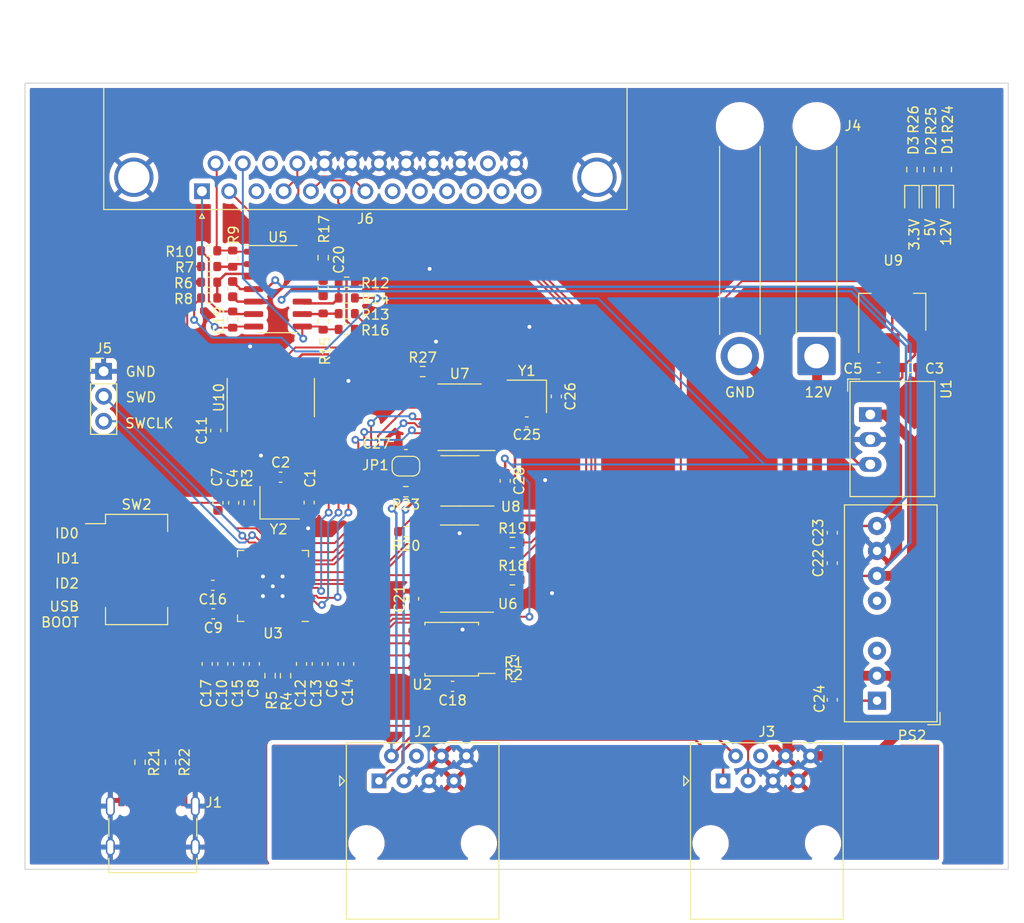
<source format=kicad_pcb>
(kicad_pcb (version 20221018) (generator pcbnew)
  (layers (0 "F.Cu" signal) (31 "B.Cu" signal) (34 "B.Paste" user) (35 "F.Paste" user) (36 "B.SilkS" user "B.Silkscreen") (37 "F.SilkS" user "F.Silkscreen") (38 "B.Mask" user) (39 "F.Mask" user) (44 "Edge.Cuts" user))
  (net 0 "")
  (net 1 "GND")
  (net 2 "Net-(C2-Pad1)")
  (net 3 "+5V")
  (net 4 "+3V3")
  (net 5 "+1V1")
  (net 6 "+12V")
  (net 7 "-12V")
  (net 8 "Net-(J1-VBUS-PadA4)")
  (net 9 "Net-(J1-CC1)")
  (net 10 "D+")
  (net 11 "D-")
  (net 13 "Net-(J1-CC2)")
  (net 15 "/~{USB_BOOT}")
  (net 16 "/GPIO0")
  (net 17 "/GPIO1")
  (net 18 "/GPIO4")
  (net 19 "/GPIO9")
  (net 20 "/GPIO14")
  (net 21 "/GPIO15")
  (net 22 "/GPIO28_ADC2")
  (net 23 "/GPIO27_ADC1")
  (net 24 "/GPIO26_ADC0")
  (net 25 "/GPIO22")
  (net 26 "/GPIO21")
  (net 27 "/GPIO17")
  (net 28 "/GPIO16")
  (net 29 "/RUN")
  (net 30 "/SWD")
  (net 31 "/SWCLK")
  (net 32 "X+")
  (net 33 "Y+")
  (net 35 "Net-(J6-P17)")
  (net 36 "RED")
  (net 37 "GREEN")
  (net 38 "BLUE")
  (net 45 "X-")
  (net 46 "Y-")
  (net 49 "/QSPI_SS")
  (net 50 "Net-(U3-USB_DP)")
  (net 51 "Net-(U3-USB_DM)")
  (net 52 "Net-(U5A-+)")
  (net 53 "X_LO")
  (net 54 "Net-(U5A--)")
  (net 55 "Net-(U5B--)")
  (net 56 "Net-(U5C-+)")
  (net 57 "Y_LO")
  (net 58 "Net-(U5C--)")
  (net 59 "Net-(U5D--)")
  (net 60 "Net-(R18-Pad1)")
  (net 61 "Net-(R19-Pad1)")
  (net 62 "Net-(R20-Pad1)")
  (net 63 "/QSPI_SD1")
  (net 64 "/QSPI_SD2")
  (net 65 "/QSPI_SD0")
  (net 66 "/QSPI_SCLK")
  (net 67 "/QSPI_SD3")
  (net 69 "CS")
  (net 70 "SCK")
  (net 71 "MOSI")
  (net 74 "R_LO")
  (net 75 "G_LO")
  (net 76 "B_LO")
  (net 89 "Net-(U3-XIN)")
  (net 90 "VCC")
  (net 91 "Net-(U7-OSC2)")
  (net 92 "Net-(U7-OSC1)")
  (net 93 "CAN_L")
  (net 95 "CAN_H")
  (net 98 "Net-(U3-XOUT)")
  (net 99 "ID2")
  (net 100 "ID1")
  (net 101 "ID0")
  (net 102 "Net-(U7-TXCAN)")
  (net 103 "Net-(U7-RXCAN)")
  (net 104 "CAN_SCK")
  (net 105 "CAN_SI")
  (net 106 "CAN_SO")
  (net 107 "CAN_CS")
  (net 108 "Net-(JP1-A)")
  (net 113 "GNDPWR")
  (net 114 "Net-(D1-K)")
  (net 115 "Net-(D2-K)")
  (net 116 "Net-(D3-K)")
  (net 117 "Net-(U7-~{RESET})")
  (footprint "Capacitor_SMD:C_0603_1608Metric" (layer "F.Cu") (at 26 40.1)
    (fp_text reference "C2")
    (fp_text value "27p")
  )
  (footprint "Crystal:Crystal_SMD_3225-4Pin_3.2x2.5mm" (layer "F.Cu") (at 51.0375 31.875 180)
    (fp_text reference "Y1")
    (fp_text value "8Mhz")
  )
  (footprint "Capacitor_SMD:C_0603_1608Metric" (layer "F.Cu") (at 86.827 28.948 180)
    (fp_text reference "C5")
    (fp_text value "10u")
  )
  (footprint "Resistor_SMD:R_0603_1608Metric" (layer "F.Cu") (at 32.725 20.26 180)
    (fp_text reference "R12")
    (fp_text value "3.6k")
  )
  (footprint "Resistor_SMD:R_0603_1608Metric" (layer "F.Cu") (at 21.125 17.86 90)
    (fp_text reference "R9")
    (fp_text value "20k")
  )
  (footprint "Package_SO:TSSOP-20_4.4x6.5mm_P0.65mm" (layer "F.Cu") (at 44.2 34 180)
    (fp_text reference "U7")
    (fp_text value "MCP2515-xST")
  )
  (footprint "Package_SO:SOIC-8_5.23x5.23mm_P1.27mm" (layer "F.Cu") (at 43.4 57.6 180)
    (fp_text reference "U2")
    (fp_text value "W25Q128JVS")
  )
  (footprint "Capacitor_SMD:C_0603_1608Metric" (layer "F.Cu") (at 28.9 42.675 -90)
    (fp_text reference "C1")
    (fp_text value "27p")
  )
  (footprint "Jumper:SolderJumper-2_P1.3mm_Open_RoundedPad1.0x1.5mm" (layer "F.Cu") (at 38.7375 38.975)
    (fp_text reference "JP1")
    (fp_text value "SolderJumper_2_Open")
  )
  (footprint "Capacitor_SMD:C_0603_1608Metric" (layer "F.Cu") (at 51.0375 34.475)
    (fp_text reference "C25")
    (fp_text value "27p")
  )
  (footprint "Capacitor_SMD:C_0603_1608Metric" (layer "F.Cu") (at 19.15 54 180)
    (fp_text reference "C9")
    (fp_text value "100n")
  )
  (footprint "Resistor_SMD:R_0603_1608Metric" (layer "F.Cu") (at 30.325 24.26 -90)
    (fp_text reference "R15")
    (fp_text value "20k")
  )
  (footprint "Package_SO:SOIC-14_3.9x8.7mm_P1.27mm" (layer "F.Cu") (at 25.725 20.96)
    (fp_text reference "U5")
    (fp_text value "TL074")
  )
  (footprint "Capacitor_SMD:C_0603_1608Metric" (layer "F.Cu") (at 54.0375 31.875 -90)
    (fp_text reference "C26")
    (fp_text value "27p")
  )
  (footprint "Resistor_SMD:R_0603_1608Metric" (layer "F.Cu") (at 18.725 20.26)
    (fp_text reference "R6")
    (fp_text value "3.6k")
  )
  (footprint "Capacitor_SMD:C_0603_1608Metric" (layer "F.Cu") (at 20.125 59.1 -90)
    (fp_text reference "C10")
    (fp_text value "1u")
  )
  (footprint "LED_SMD:LED_0603_1608Metric" (layer "F.Cu") (at 90.202 11.898 -90)
    (fp_text reference "D3")
    (fp_text value "LED")
  )
  (footprint "Crystal:Crystal_SMD_3225-4Pin_3.2x2.5mm" (layer "F.Cu") (at 25.9 42.7)
    (fp_text reference "Y2")
    (fp_text value "12MHz")
  )
  (footprint "Capacitor_SMD:C_0603_1608Metric" (layer "F.Cu") (at 21.725 59.1 -90)
    (fp_text reference "C15")
    (fp_text value "100n")
  )
  (footprint "Resistor_SMD:R_0603_1608Metric" (layer "F.Cu") (at 32.725 23.46 180)
    (fp_text reference "R13")
    (fp_text value "3.3k")
  )
  (footprint "Capacitor_SMD:C_0603_1608Metric" (layer "F.Cu") (at 21.225 42.7 90)
    (fp_text reference "C4")
    (fp_text value "100n")
  )
  (footprint "Capacitor_SMD:C_0603_1608Metric" (layer "F.Cu") (at 82.102 45.748 90)
    (fp_text reference "C23")
    (fp_text value "10u")
  )
  (footprint "Package_SO:SOIC-14_3.9x8.7mm_P1.27mm" (layer "F.Cu") (at 44.2 49.4 180)
    (fp_text reference "U6")
    (fp_text value "74LS125")
  )
  (footprint "Connector_USB:USB_C_Receptacle_Palconn_UTC16-G" (layer "F.Cu") (at 13 75.5)
    (fp_text reference "J1")
    (fp_text value "USB_C_Receptacle_USB2.0")
  )
  (footprint "Capacitor_SMD:C_0603_1608Metric" (layer "F.Cu") (at 32.925 59.1 -90)
    (fp_text reference "C14")
    (fp_text value "100n")
  )
  (footprint "Resistor_SMD:R_0603_1608Metric" (layer "F.Cu") (at 21.125 24.06 -90)
    (fp_text reference "R11" hide)
    (fp_text value "10k")
  )
  (footprint "Capacitor_SMD:C_0603_1608Metric" (layer "F.Cu") (at 43.4775 61.38 180)
    (fp_text reference "C18")
    (fp_text value "100n")
  )
  (footprint "Capacitor_SMD:C_0603_1608Metric" (layer "F.Cu") (at 18.525 59.1 -90)
    (fp_text reference "C17")
    (fp_text value "10u")
  )
  (footprint "Resistor_SMD:R_0603_1608Metric" (layer "F.Cu") (at 49.6775 58.78 180)
    (fp_text reference "R2")
    (fp_text value "DNF")
  )
  (footprint "Resistor_SMD:R_0603_1608Metric" (layer "F.Cu") (at 26.5 60.3 90)
    (fp_text reference "R4")
    (fp_text value "27")
  )
  (footprint "Resistor_SMD:R_0603_1608Metric" (layer "F.Cu") (at 24.925 60.3 90)
    (fp_text reference "R5")
    (fp_text value "27")
  )
  (footprint "Button_Switch_SMD:SW_DIP_SPSTx04_Slide_Omron_A6S-410x_W8.9mm_P2.54mm" (layer "F.Cu") (at 11.35 49.49)
    (fp_text reference "SW2")
    (fp_text value "SW_DIP_x04")
  )
  (footprint "Resistor_SMD:R_0603_1608Metric" (layer "F.Cu") (at 18.725 17.06 180)
    (fp_text reference "R10")
    (fp_text value "10k")
  )
  (footprint "Connector_Dsub:DSUB-25_Female_Horizontal_P2.77x2.84mm_EdgePinOffset7.70mm_Housed_MountingHolesOffset9.12mm" (layer "F.Cu") (at 18 11 180)
    (fp_text reference "J6")
    (fp_text value "DB25_Receptacle_MountingHoles")
  )
  (footprint "Connector_PinHeader_2.54mm:PinHeader_1x03_P2.54mm_Vertical" (layer "F.Cu") (at 8 29.325)
    (fp_text reference "J5")
    (fp_text value "Conn_01x03")
  )
  (footprint "Capacitor_SMD:C_0603_1608Metric" (layer "F.Cu") (at 29.725 59.1 -90)
    (fp_text reference "C13")
    (fp_text value "100n")
  )
  (footprint "Resistor_SMD:R_0603_1608Metric" (layer "F.Cu") (at 11.7 69.1 -90)
    (fp_text reference "R21")
    (fp_text value "5.1k")
  )
  (footprint "Resistor_SMD:R_0603_1608Metric" (layer "F.Cu") (at 40.45 29.35)
    (fp_text reference "R27")
    (fp_text value "10k")
  )
  (footprint "LED_SMD:LED_0603_1608Metric" (layer "F.Cu") (at 93.7 11.8855 -90)
    (fp_text reference "D1")
    (fp_text value "LED")
  )
  (footprint "Capacitor_SMD:C_0603_1608Metric" (layer "F.Cu") (at 30.325 20.86 -90)
    (fp_text reference "C20")
    (fp_text value "100n")
  )
  (footprint "Capacitor_SMD:C_0603_1608Metric" (layer "F.Cu") (at 19.625 42.7 90)
    (fp_text reference "C7")
    (fp_text value "100n")
  )
  (footprint "Resistor_SMD:R_0603_1608Metric" (layer "F.Cu") (at 49.6775 60.38)
    (fp_text reference "R1")
    (fp_text value "1k")
  )
  (footprint "Package_DFN_QFN:QFN-56-1EP_7x7mm_P0.4mm_EP3.2x3.2mm" (layer "F.Cu") (at 25.225 51.1625 180)
    (fp_text reference "U3")
    (fp_text value "RP2040")
  )
  (footprint "Resistor_SMD:R_0603_1608Metric" (layer "F.Cu") (at 91.952 8.798 90)
    (fp_text reference "R25")
    (fp_text value "220")
  )
  (footprint "Package_SO:SOIC-14_3.9x8.7mm_P1.27mm" (layer "F.Cu") (at 25 32 90)
    (fp_text reference "U10")
    (fp_text value "MCP4922-ESL")
  )
  (footprint "Package_SO:SOIC-8_3.9x4.9mm_P1.27mm" (layer "F.Cu") (at 44.2375 40.475 180)
    (fp_text reference "U8")
    (fp_text value "MCP2551-I-SN")
  )
  (footprint "Capacitor_SMD:C_0603_1608Metric" (layer "F.Cu") (at 28.125 59.1 -90)
    (fp_text reference "C12")
    (fp_text value "100n")
  )
  (footprint "Resistor_SMD:R_0603_1608Metric" (layer "F.Cu") (at 18.725 18.66)
    (fp_text reference "R7")
    (fp_text value "3.3k")
  )
  (footprint "Capacitor_SMD:C_0603_1608Metric" (layer "F.Cu") (at 21.125 20.96 -90)
    (fp_text reference "C19")
    (fp_text value "100n")
  )
  (footprint "Resistor_SMD:R_0603_1608Metric" (layer "F.Cu") (at 32.725 21.86)
    (fp_text reference "R14")
    (fp_text value "9.1k")
  )
  (footprint "Capacitor_SMD:C_0603_1608Metric" (layer "F.Cu") (at 23.325 59.1 -90)
    (fp_text reference "C8")
    (fp_text value "1u")
  )
  (footprint "Capacitor_SMD:C_0603_1608Metric" (layer "F.Cu") (at 19.1 51.1 180)
    (fp_text reference "C16")
    (fp_text value "100n")
  )
  (footprint "Resistor_SMD:R_0603_1608Metric" (layer "F.Cu") (at 38.7375 41.575)
    (fp_text reference "R23")
    (fp_text value "120")
  )
  (footprint "Capacitor_SMD:C_0603_1608Metric" (layer "F.Cu") (at 82.102 62.748 -90)
    (fp_text reference "C24")
    (fp_text value "10u")
  )
  (footprint "Connector_RJ:RJ45_Amphenol_54602-x08_Horizontal" (layer "F.Cu") (at 71 71)
    (fp_text reference "J3")
    (fp_text value "RJ45")
  )
  (footprint "Resistor_SMD:R_0603_1608Metric" (layer "F.Cu") (at 22.8 42.7 90)
    (fp_text reference "R3")
    (fp_text value "1k")
  )
  (footprint "Resistor_SMD:R_0603_1608Metric" (layer "F.Cu") (at 32.725 25.06)
    (fp_text reference "R16")
    (fp_text value "10k")
  )
  (footprint "Resistor_SMD:R_0603_1608Metric" (layer "F.Cu") (at 18.725 21.86 180)
    (fp_text reference "R8")
    (fp_text value "9.1k")
  )
  (footprint "Resistor_SMD:R_0603_1608Metric" (layer "F.Cu") (at 49.575 50.54)
    (fp_text reference "R18")
    (fp_text value "100")
  )
  (footprint "Resistor_SMD:R_0603_1608Metric" (layer "F.Cu") (at 93.7 8.7855 90)
    (fp_text reference "R24")
    (fp_text value "560")
  )
  (footprint "Capacitor_SMD:C_0603_1608Metric" (layer "F.Cu") (at 19.4 35.35 90)
    (fp_text reference "C11")
    (fp_text value "100n")
  )
  (footprint "Connector_RJ:RJ45_Amphenol_54602-x08_Horizontal" (layer "F.Cu") (at 36 71)
    (fp_text reference "J2")
    (fp_text value "RJ45")
  )
  (footprint "Resistor_SMD:R_0603_1608Metric" (layer "F.Cu") (at 38.775 45.64 180)
    (fp_text reference "R20")
    (fp_text value "100")
  )
  (footprint "Package_TO_SOT_SMD:SOT-223-3_TabPin2" (layer "F.Cu") (at 88.202 23.298 90)
    (fp_text reference "U9")
    (fp_text value "AMS1117-3.3")
  )
  (footprint "Converter_DCDC:Converter_DCDC_RECOM_R-78E-0.5_THT" (layer "F.Cu") (at 85.9665 33.723 -90)
    (fp_text reference "U1")
    (fp_text value "R-78E5.0-0.5")
  )
  (footprint "Capacitor_SMD:C_0603_1608Metric" (layer "F.Cu") (at 90.002 28.948)
    (fp_text reference "C3")
    (fp_text value "10u")
  )
  (footprint "Connector_Wire:SolderWire-2sqmm_1x02_P7.8mm_D2mm_OD3.9mm_Relief" (layer "F.Cu") (at 80.502 27.773 180)
    (fp_text reference "J4")
    (fp_text value "Conn_01x02")
  )
  (footprint "Resistor_SMD:R_0603_1608Metric" (layer "F.Cu") (at 14.8 69.1 -90)
    (fp_text reference "R22")
    (fp_text value "5.1k")
  )
  (footprint "Capacitor_SMD:C_0603_1608Metric" (layer "F.Cu") (at 38.7375 36.775 180)
    (fp_text reference "C27")
    (fp_text value "100n")
  )
  (footprint "Capacitor_SMD:C_0603_1608Metric" (layer "F.Cu") (at 48.8375 40.475 -90)
    (fp_text reference "C28")
    (fp_text value "100n")
  )
  (footprint "Capacitor_SMD:C_0603_1608Metric" (layer "F.Cu") (at 39.525 52.47 90)
    (fp_text reference "C21")
    (fp_text value "100n")
  )
  (footprint "Resistor_SMD:R_0603_1608Metric" (layer "F.Cu") (at 90.202 8.798 90)
    (fp_text reference "R26")
    (fp_text value "120")
  )
  (footprint "Capacitor_SMD:C_0603_1608Metric" (layer "F.Cu") (at 31.325 59.1 -90)
    (fp_text reference "C6")
    (fp_text value "100n")
  )
  (footprint "Capacitor_SMD:C_0603_1608Metric" (layer "F.Cu") (at 82.102 48.848 90)
    (fp_text reference "C22")
    (fp_text value "10u")
  )
  (footprint "Resistor_SMD:R_0603_1608Metric" (layer "F.Cu") (at 30.325 17.76 90)
    (fp_text reference "R17")
    (fp_text value "10k")
  )
  (footprint "Converter_DCDC:Converter_DCDC_XP_POWER-ITxxxxxS_THT" (layer "F.Cu") (at 86.65 62.84 180)
    (fp_text reference "PS2")
    (fp_text value "PRM3W-E12-D12-S")
  )
  (footprint "Resistor_SMD:R_0603_1608Metric" (layer "F.Cu") (at 49.575 46.74)
    (fp_text reference "R19")
    (fp_text value "100")
  )
  (footprint "LED_SMD:LED_0603_1608Metric" (layer "F.Cu") (at 91.952 11.898 -90)
    (fp_text reference "D2")
    (fp_text value "LED")
  )
  (gr_rect (start 0 0) (end 100 80) (stroke (width 0.1)) (fill none) (layer "Edge.Cuts"))
  (gr_text "GND" (at 10.15 29.95) (layer "F.SilkS") (effects (font (size 1 1)) (justify left bottom)))
  (gr_text "SWCLK" (at 10.1 35.2) (layer "F.SilkS") (effects (font (size 1 1)) (justify left bottom)))
  (gr_text "ID0" (at 2.95 46.4) (layer "F.SilkS") (effects (font (size 1 1)) (justify left bottom)))
  (gr_text "ID2" (at 2.95 51.5) (layer "F.SilkS") (effects (font (size 1 1)) (justify left bottom)))
  (gr_text "SWD" (at 10.15 32.55) (layer "F.SilkS") (effects (font (size 1 1)) (justify left bottom)))
  (gr_text "3.3V\n5V\n12V" (at 94.25 13.7 90) (layer "F.SilkS") (effects (font (size 1 1)) (justify right bottom)))
  (gr_text "USB\nBOOT" (at 5.6 55.45) (layer "F.SilkS") (effects (font (size 1 1)) (justify right bottom)))
  (gr_text "12V" (at 79.202 32.048) (layer "F.SilkS") (effects (font (size 1 1)) (justify left bottom)))
  (gr_text "ID1" (at 3.05 48.95) (layer "F.SilkS") (effects (font (size 1 1)) (justify left bottom)))
  (gr_text "GND" (at 71.102 32.048) (layer "F.SilkS") (effects (font (size 1 1)) (justify left bottom)))
  (segment (start 46.7125 41.11) (end 48.6975 41.11) (width 0.25) (layer "F.Cu") (net 1))
  (segment (start 28.2 19.69) (end 29.93 19.69) (width 0.25) (layer "F.Cu") (net 1))
  (segment (start 21.62 22.23) (end 21.125 21.735) (width 0.25) (layer "F.Cu") (net 1))
  (segment (start 51.8125 33.05) (end 52.1375 32.725) (width 0.25) (layer "F.Cu") (net 1))
  (segment (start 49.6 46) (end 49.6 48) (width 0.2) (layer "F.Cu") (net 1))
  (segment (start 16.5 24.734314) (end 18.565686 26.8) (width 0.2) (layer "F.Cu") (net 1))
  (segment (start 51.8125 34.475) (end 51.8125 33.05) (width 0.25) (layer "F.Cu") (net 1))
  (segment (start 54.0375 32.65) (end 52.2125 32.65) (width 0.25) (layer "F.Cu") (net 1))
  (segment (start 27.31 19.69) (end 28.2 19.69) (width 0.25) (layer "F.Cu") (net 1))
  (segment (start 18.565686 26.8) (end 22.9 26.8) (width 0.2) (layer "F.Cu") (net 1))
  (segment (start 23.73 27.63) (end 22.9 26.8) (width 0.25) (layer "F.Cu") (net 1))
  (segment (start 44.5 55.6) (end 46.905 55.6) (width 0.2) (layer "F.Cu") (net 1))
  (segment (start 46.7125 41.11) (end 46.0025 41.11) (width 0.25) (layer "F.Cu") (net 1))
  (segment (start 24.77 22.23) (end 27.31 19.69) (width 0.25) (layer "F.Cu") (net 1))
  (segment (start 49.6 48) (end 48.2 49.4) (width 0.2) (layer "F.Cu") (net 1))
  (segment (start 52.0375 32.725) (end 50.3375 31.025) (width 0.25) (layer "F.Cu") (net 1))
  (segment (start 26.225 46.975) (end 26.7 46.5) (width 0.2) (layer "F.Cu") (net 1))
  (segment (start 44.6 49.4) (end 46.675 49.4) (width 0.2) (layer "F.Cu") (net 1))
  (segment (start 49.19 45.59) (end 49.6 46) (width 0.2) (layer "F.Cu") (net 1))
  (segment (start 23.73 29.525) (end 23.73 27.63) (width 0.25) (layer "F.Cu") (net 1))
  (segment (start 48.6975 41.11) (end 48.8375 41.25) (width 0.25) (layer "F.Cu") (net 1))
  (segment (start 37.9625 36.775) (end 38.7875 37.6) (width 0.2) (layer "F.Cu") (net 1))
  (segment (start 52.1375 32.725) (end 52.0375 32.725) (width 0.25) (layer "F.Cu") (net 1))
  (segment (start 17.9 20.26) (end 17.24 20.26) (width 0.2) (layer "F.Cu") (net 1))
  (segment (start 73.54 71) (end 73.54 65.14) (width 0.2) (layer "F.Cu") (net 1))
  (segment (start 46.905 55.6) (end 47 55.695) (width 0.2) (layer "F.Cu") (net 1))
  (segment (start 44.3 38.4) (end 44.3 39.7) (width 0.2) (layer "F.Cu") (net 1))
  (segment (start 43.5 37.6) (end 44.3 38.4) (width 0.2) (layer "F.Cu") (net 1))
  (segment (start 23.25 22.23) (end 24.77 22.23) (width 0.25) (layer "F.Cu") (net 1))
  (segment (start 73.54 65.14) (end 73.5 65.1) (width 0.2) (layer "F.Cu") (net 1))
  (segment (start 48.2 49.4) (end 46.675 49.4) (width 0.2) (layer "F.Cu") (net 1))
  (segment (start 17.24 20.26) (end 16.5 21) (width 0.2) (layer "F.Cu") (net 1))
  (segment (start 24.8 41.85) (end 25.025 41.85) (width 0.2) (layer "F.Cu") (net 1))
  (segment (start 45.71 41.11) (end 46.7125 41.11) (width 0.2) (layer "F.Cu") (net 1))
  (segment (start 25.025 41.85) (end 26.775 40.1) (width 0.2) (layer "F.Cu") (net 1))
  (segment (start 29.93 19.69) (end 30.325 20.085) (width 0.25) (layer "F.Cu") (net 1))
  (segment (start 44.3 39.7) (end 45.71 41.11) (width 0.2) (layer "F.Cu") (net 1))
  (segment (start 43.33 48.13) (end 44.6 49.4) (width 0.2) (layer "F.Cu") (net 1))
  (segment (start 41.725 48.13) (end 43.33 48.13) (width 0.2) (layer "F.Cu") (net 1))
  (segment (start 50.3375 31.025) (end 49.9375 31.025) (width 0.25) (layer "F.Cu") (net 1))
  (segment (start 46.675 45.59) (end 49.19 45.59) (width 0.2) (layer "F.Cu") (net 1))
  (segment (start 16.5 21) (end 16.5 24.734314) (width 0.2) (layer "F.Cu") (net 1))
  (segment (start 38.7875 37.6) (end 43.5 37.6) (width 0.2) (layer "F.Cu") (net 1))
  (segment (start 26.225 47.725) (end 26.225 46.975) (width 0.2) (layer "F.Cu") (net 1))
  (segment (start 52.2125 32.65) (end 52.1375 32.725) (width 0.25) (layer "F.Cu") (net 1))
  (segment (start 23.25 22.23) (end 21.62 22.23) (width 0.25) (layer "F.Cu") (net 1))
  (via (at 44.2 45.8) (size 0.8) (drill 0.4) (layers "F.Cu" "B.Cu") (net 1))
  (via (at 24.2 52.2) (size 0.8) (drill 0.4) (layers "F.Cu" "B.Cu") (net 1))
  (via (at 26.2 52.2) (size 0.8) (drill 0.4) (layers "F.Cu" "B.Cu") (net 1))
  (via (at 24.2 50.2) (size 0.8) (drill 0.4) (layers "F.Cu" "B.Cu") (net 1))
  (via (at 52.9 40.4) (size 0.8) (drill 0.4) (layers "F.Cu" "B.Cu") (net 1))
  (via (at 25.2 51.2) (size 0.8) (drill 0.4) (layers "F.Cu" "B.Cu") (net 1))
  (via (at 41.15 18.9) (size 0.8) (drill 0.4) (layers "F.Cu" "B.Cu") (net 1))
  (via (at 28.8 45.3) (size 0.8) (drill 0.4) (layers "F.Cu" "B.Cu") (net 1))
  (via (at 51.3 24.8) (size 0.8) (drill 0.4) (layers "F.Cu" "B.Cu") (net 1))
  (via (at 24 37.9) (size 0.8) (drill 0.4) (layers "F.Cu" "B.Cu") (net 1))
  (via (at 41.8 26.3) (size 0.8) (drill 0.4) (layers "F.Cu" "B.Cu") (net 1))
  (via (at 22.9 26.8) (size 0.8) (drill 0.4) (layers "F.Cu" "B.Cu") (net 1))
  (via (at 44.5 55.6) (size 0.8) (drill 0.4) (layers "F.Cu" "B.Cu") (net 1))
  (via (at 26.2 50.2) (size 0.8) (drill 0.4) (layers "F.Cu" "B.Cu") (net 1))
  (via (at 32.9 30.3) (size 0.8) (drill 0.4) (layers "F.Cu" "B.Cu") (net 1))
  (via (at 53.6 51.9) (size 0.8) (drill 0.4) (layers "F.Cu" "B.Cu") (net 1))
  (segment (start 41.05 69.2) (end 41.05 65.9) (width 0.2) (layer "B.Cu") (net 1))
  (segment (start 39.79 69.75) (end 40.5 69.75) (width 0.2) (layer "B.Cu") (net 1))
  (segment (start 38.54 71) (end 39.79 69.75) (width 0.2) (layer "B.Cu") (net 1))
  (segment (start 41.05 65.9) (end 41.4 65.55) (width 0.2) (layer "B.Cu") (net 1))
  (segment (start 40.5 69.75) (end 41.05 69.2) (width 0.2) (layer "B.Cu") (net 1))
  (segment (start 24.1 40.1) (end 25.225 40.1) (width 0.2) (layer "F.Cu") (net 2))
  (segment (start 22.8 41.875) (end 22.8 41.4) (width 0.2) (layer "F.Cu") (net 2))
  (segment (start 22.8 41.4) (end 24.1 40.1) (width 0.2) (layer "F.Cu") (net 2))
  (segment (start 22.8 41.875) (end 24.475 43.55) (width 0.2) (layer "F.Cu") (net 2))
  (segment (start 24.475 43.55) (end 24.8 43.55) (width 0.2) (layer "F.Cu") (net 2))
  (segment (start 83.102 32.648) (end 84.302 31.448) (width 0.25) (layer "F.Cu") (net 3))
  (segment (start 89.227 29.923) (end 89.227 28.948) (width 0.25) (layer "F.Cu") (net 3))
  (segment (start 90.502 26.448) (end 90.502 27.673) (width 0.25) (layer "F.Cu") (net 3))
  (segment (start 90.502 27.673) (end 89.227 28.948) (width 0.25) (layer "F.Cu") (net 3))
  (segment (start 17.9 21.86) (end 17.2 22.56) (width 0.2) (layer "F.Cu") (net 3))
  (segment (start 90.502 26.448) (end 91.95 25) (width 0.25) (layer "F.Cu") (net 3))
  (segment (start 39.525 53.245) (end 41.69 53.245) (width 0.2) (layer "F.Cu") (net 3))
  (segment (start 91.95 25) (end 91.95 12.6875) (width 0.25) (layer "F.Cu") (net 3))
  (segment (start 48.8375 39.7) (end 48.8375 38.2375) (width 0.25) (layer "F.Cu") (net 3))
  (segment (start 83.102 37.048) (end 83.102 32.648) (width 0.25) (layer "F.Cu") (net 3))
  (segment (start 42.51 53.21) (end 43.6 54.3) (width 0.2) (layer "F.Cu") (net 3))
  (segment (start 48.8375 39.7) (end 46.8525 39.7) (width 0.25) (layer "F.Cu") (net 3))
  (segment (start 17.2 22.56) (end 17.2 24.1) (width 0.2) (layer "F.Cu") (net 3))
  (segment (start 84.302 31.448) (end 87.702 31.448) (width 0.25) (layer "F.Cu") (net 3))
  (segment (start 43.6 54.3) (end 51.3 54.3) (width 0.2) (layer "F.Cu") (net 3))
  (segment (start 35.76 21.86) (end 35.8 21.9) (width 0.2) (layer "F.Cu") (net 3))
  (segment (start 41.69 53.245) (end 41.725 53.21) (width 0.2) (layer "F.Cu") (net 3))
  (segment (start 91.95 12.6875) (end 91.952 12.6855) (width 0.25) (layer "F.Cu") (net 3))
  (segment (start 48.8375 38.2375) (end 48.8 38.2) (width 0.25) (layer "F.Cu") (net 3))
  (segment (start 33.55 21.86) (end 35.76 21.86) (width 0.2) (layer "F.Cu") (net 3))
  (segment (start 87.702 31.448) (end 89.227 29.923) (width 0.25) (layer "F.Cu") (net 3))
  (segment (start 84.857 38.803) (end 83.102 37.048) (width 0.25) (layer "F.Cu") (net 3))
  (segment (start 41.725 53.21) (end 42.51 53.21) (width 0.2) (layer "F.Cu") (net 3))
  (segment (start 46.8525 39.7) (end 46.7125 39.84) (width 0.25) (layer "F.Cu") (net 3))
  (segment (start 85.9665 38.803) (end 84.857 38.803) (width 0.25) (layer "F.Cu") (net 3))
  (via (at 17.2 24.1) (size 0.8) (drill 0.4) (layers "F.Cu" "B.Cu") (net 3))
  (via (at 48.8 38.2) (size 0.8) (drill 0.4) (layers "F.Cu" "B.Cu") (net 3))
  (via (at 51.3 54.3) (size 0.8) (drill 0.4) (layers "F.Cu" "B.Cu") (net 3))
  (via (at 35.8 21.9) (size 0.8) (drill 0.4) (layers "F.Cu" "B.Cu") (net 3))
  (segment (start 30.4 27.3) (end 35.8 21.9) (width 0.2) (layer "B.Cu") (net 3))
  (segment (start 51.3 54.3) (end 51.3 40.7) (width 0.2) (layer "B.Cu") (net 3))
  (segment (start 51.3 40.7) (end 48.8 38.2) (width 0.2) (layer "B.Cu") (net 3))
  (segment (start 49.403 38.803) (end 85.9665 38.803) (width 0.2) (layer "B.Cu") (net 3))
  (segment (start 27.5 27.3) (end 30.4 27.3) (width 0.2) (layer "B.Cu") (net 3))
  (segment (start 19 25.9) (end 26.1 25.9) (width 0.2) (layer "B.Cu") (net 3))
  (segment (start 17.2 24.1) (end 19 25.9) (width 0.2) (layer "B.Cu") (net 3))
  (segment (start 58.3 21.9) (end 75.15 38.75) (width 0.2) (layer "B.Cu") (net 3))
  (segment (start 35.8 21.9) (end 58.3 21.9) (width 0.2) (layer "B.Cu") (net 3))
  (segment (start 26.1 25.9) (end 27.5 27.3) (width 0.2) (layer "B.Cu") (net 3))
  (segment (start 75.15 38.75) (end 75.15 38.803) (width 0.2) (layer "B.Cu") (net 3))
  (segment (start 49.403 38.803) (end 48.8 38.2) (width 0.2) (layer "B.Cu") (net 3))
  (segment (start 30.5 59.1) (end 32.15 59.1) (width 0.2) (layer "F.Cu") (net 4))
  (segment (start 22.025 36.875) (end 22.025 42.675) (width 0.2) (layer "F.Cu") (net 4))
  (segment (start 50.5025 58.78) (end 49.7 59.5825) (width 0.2) (layer "F.Cu") (net 4))
  (segment (start 23.025 54.6) (end 22.625 54.6) (width 0.2) (layer "F.Cu") (net 4))
  (segment (start 21.835 33.83) (end 21.19 34.475) (width 0.25) (layer "F.Cu") (net 4))
  (segment (start 20.45 42.7) (end 21.225 43.475) (width 0.2) (layer "F.Cu") (net 4))
  (segment (start 27.3 59.15) (end 28.125 58.325) (width 0.2) (layer "F.Cu") (net 4))
  (segment (start 46.05 61.3) (end 45.15 60.4) (width 0.2) (layer "F.Cu") (net 4))
  (segment (start 34.105 59.505) (end 39.8 59.505) (width 0.2) (layer "F.Cu") (net 4))
  (segment (start 21.225 43.475) (end 22.65 44.9) (width 0.2) (layer "F.Cu") (net 4))
  (segment (start 88.202 20.148) (end 88.202 26.448) (width 0.25) (layer "F.Cu") (net 4))
  (segment (start 22.625 55.825) (end 20.125 58.325) (width 0.2) (layer "F.Cu") (net 4))
  (segment (start 32.925 58.325) (end 34.105 59.505) (width 0.2) (layer "F.Cu") (net 4))
  (segment (start 23.025 54.6) (end 23.025 57.025) (width 0.2) (layer "F.Cu") (net 4))
  (segment (start 15.95 42.7) (end 20.45 42.7) (width 0.2) (layer "F.Cu") (net 4))
  (segment (start 39.6625 36.925) (end 39.5125 36.775) (width 0.25) (layer "F.Cu") (net 4))
  (segment (start 20.125 58.325) (end 21.725 58.325) (width 0.2) (layer "F.Cu") (net 4))
  (segment (start 21.725 58.325) (end 22.5 59.1) (width 0.2) (layer "F.Cu") (net 4))
  (segment (start 23.665686 44.9) (end 25.025 46.259314) (width 0.2) (layer "F.Cu") (net 4))
  (segment (start 28.6625 53.7625) (end 28.130025 53.7625) (width 0.2) (layer "F.Cu") (net 4))
  (segment (start 24.5 60.3) (end 26.9 60.3) (width 0.2) (layer "F.Cu") (net 4))
  (segment (start 22.65 44.9) (end 23.665686 44.9) (width 0.2) (layer "F.Cu") (net 4))
  (segment (start 88.202 28.348) (end 88.202 26.448) (width 0.25) (layer "F.Cu") (net 4))
  (segment (start 40.742462 27.6) (end 37.875 27.6) (width 0.25) (layer "F.Cu") (net 4))
  (segment (start 25.230025 48.4625) (end 27.5625 48.4625) (width 0.2) (layer "F.Cu") (net 4))
  (segment (start 27.54 29.901751) (end 27.54 29.525) (width 0.25) (layer "F.Cu") (net 4))
  (segment (start 25.025 47.725) (end 25.025 48.257475) (width 0.2) (layer "F.Cu") (net 4))
  (segment (start 27.3 59.9) (end 27.3 59.15) (width 0.2) (layer "F.Cu") (net 4))
  (segment (start 27.925 53.557475) (end 27.925 50.267525) (width 0.2) (layer "F.Cu") (net 4))
  (segment (start 37.875 27.6) (end 39.625 29.35) (width 0.25) (layer "F.Cu") (net 4))
  (segment (start 42.026041 36.925) (end 43 35.951041) (width 0.25) (layer "F.Cu") (net 4))
  (segment (start 49.7 59.5825) (end 49.7 60.9) (width 0.2) (layer "F.Cu") (net 4))
  (segment (start 21.19 36.04) (end 22.025 36.875) (width 0.2) (layer "F.Cu") (net 4))
  (segment (start 22.46 29.96) (end 22.46 29.525) (width 0.25) (layer "F.Cu") (net 4))
  (segment (start 24.15 59.4) (end 24.15 59.95) (width 0.2) (layer "F.Cu") (net 4))
  (segment (start 25 29.525) (end 25 29.901751) (width 0.25) (layer "F.Cu") (net 4))
  (segment (start 28.130025 53.7625) (end 27.925 53.557475) (width 0.2) (layer "F.Cu") (net 4))
  (segment (start 22.46 29.525) (end 21.835 30.15) (width 0.25) (layer "F.Cu") (net 4))
  (segment (start 66.7 26.35) (end 72.902 20.148) (width 0.2) (layer "F.Cu") (net 4))
  (segment (start 28.2 27.6) (end 37.875 27.6) (width 0.25) (layer "F.Cu") (net 4))
  (segment (start 49.7 60.9) (end 49.3 61.3) (width 0.2) (layer "F.Cu") (net 4))
  (segment (start 21.835 30.15) (end 21.835 33.83) (width 0.25) (layer "F.Cu") (net 4))
  (segment (start 13.75 44.9) (end 15.95 42.7) (width 0.2) (layer "F.Cu") (net 4))
  (segment (start 27.54 29.525) (end 27.54 28.26) (width 0.25) (layer "F.Cu") (net 4))
  (segment (start 19.875 52.05) (end 19.875 53.95) (width 0.2) (layer "F.Cu") (net 4))
  (segment (start 41.3375 36.925) (end 42.026041 36.925) (width 0.25) (layer "F.Cu") (net 4))
  (segment (start 24.15 59.95) (end 24.5 60.3) (width 0.2) (layer "F.Cu") (net 4))
  (segment (start 19.875 51.1) (end 19.875 52.05) (width 0.2) (layer "F.Cu") (net 4))
  (segment (start 25.025 54.6) (end 24.625 54.6) (width 0.2) (layer "F.Cu") (net 4))
  (segment (start 26.591751 30.85) (end 27.54 29.901751) (width 0.25) (layer "F.Cu") (net 4))
  (segment (start 22.625 54.6) (end 22.625 55.825) (width 0.2) (layer "F.Cu") (net 4))
  (segment (start 43.6825 60.4) (end 42.7025 61.38) (width 0.2) (layer "F.Cu") (net 4))
  (segment (start 25.025 54.6) (end 25.025 56.925) (width 0.2) (layer "F.Cu") (net 4))
  (segment (start 29.725 58.325) (end 28.125 58.325) (width 0.2) (layer "F.Cu") (net 4))
  (segment (start 66.7 42.5825) (end 66.7 26.35) (width 0.2) (layer "F.Cu") (net 4))
  (segment (start 19.4 36.125) (end 19.875 36.125) (width 0.25) (layer "F.Cu") (net 4))
  (segment (start 29.725 58.325) (end 30.5 59.1) (width 0.2) (layer "F.Cu") (net 4))
  (segment (start 45.15 60.4) (end 43.6825 60.4) (width 0.2) (layer "F.Cu") (net 4))
  (segment (start 43 29.857538) (end 40.742462 27.6) (width 0.25) (layer "F.Cu") (net 4))
  (segment (start 21.19 34.475) (end 21.19 36.04) (width 0.2) (layer "F.Cu") (net 4))
  (segment (start 27.925 50.267525) (end 28.030025 50.1625) (width 0.2) (layer "F.Cu") (net 4))
  (segment (start 23.325 30.825) (end 22.46 29.96) (width 0.25) (layer "F.Cu") (net 4))
  (segment (start 49.3 61.3) (end 46.05 61.3) (width 0.2) (layer "F.Cu") (net 4))
  (segment (start 19.875 52.05) (end 14.5 52.05) (width 0.2) (layer "F.Cu") (net 4))
  (segment (start 28.030025 50.1625) (end 28.6625 50.1625) (width 0.2) (layer "F.Cu") (net 4))
  (segment (start 22.5 59.1) (end 23.85 59.1) (width 0.2) (layer "F.Cu") (net 4))
  (segment (start 24.076751 30.825) (end 23.325 30.825) (width 0.25) (layer "F.Cu") (net 4))
  (segment (start 50.5025 58.78) (end 66.7 42.5825) (width 0.2) (layer "F.Cu") (net 4))
  (segment (start 22.625 53.925) (end 22.4625 53.7625) (width 0.2) (layer "F.Cu") (net 4))
  (segment (start 22.4625 53.7625) (end 21.7875 53.7625) (width 0.2) (layer "F.Cu") (net 4))
  (segment (start 20.8125 50.1625) (end 19.875 51.1) (width 0.2) (layer "F.Cu") (net 4))
  (segment (start 21.7875 53.7625) (end 20.1625 53.7625) (width 0.2) (layer "F.Cu") (net 4))
  (segment (start 90.2 12.6875) (end 90.202 12.6855) (width 0.25) (layer "F.Cu") (net 4))
  (segment (start 88.202 20.148) (end 88.202 17.348) (width 0.25) (layer "F.Cu") (net 4))
  (segment (start 22.025 42.675) (end 21.225 43.475) (width 0.2) (layer "F.Cu") (net 4))
  (segment (start 23.85 59.1) (end 24.15 59.4) (width 0.2) (layer "F.Cu") (net 4))
  (segment (start 90.2 15.35) (end 90.2 12.6875) (width 0.25) (layer "F.Cu") (net 4))
  (segment (start 39.8 59.505) (end 40.8275 59.505) (width 0.2) (layer "F.Cu") (net 4))
  (segment (start 21.7875 50.1625) (end 20.8125 50.1625) (width 0.2) (layer "F.Cu") (net 4))
  (segment (start 20.1625 53.7625) (end 19.925 54) (width 0.2) (layer "F.Cu") (net 4))
  (segment (start 19.875 53.95) (end 19.925 54) (width 0.2) (layer "F.Cu") (net 4))
  (segment (start 40.8275 59.505) (end 42.7025 61.38) (width 0.2) (layer "F.Cu") (net 4))
  (segment (start 25.025 48.257475) (end 25.230025 48.4625) (width 0.2) (layer "F.Cu") (net 4))
  (segment (start 21.19 34.81) (end 21.19 34.475) (width 0.25) (layer "F.Cu") (net 4))
  (segment (start 25.948249 30.85) (end 26.591751 30.85) (width 0.25) (layer "F.Cu") (net 4))
  (segment (start 26.9 60.3) (end 27.3 59.9) (width 0.2) (layer "F.Cu") (net 4))
  (segment (start 19.875 36.125) (end 21.19 34.81) (width 0.25) (layer "F.Cu") (net 4))
  (segment (start 22.625 54.6) (end 22.625 53.925) (width 0.2) (layer "F.Cu") (net 4))
  (segment (start 27.5625 48.4625) (end 27.925 48.825) (width 0.2) (layer "F.Cu") (net 4))
  (segment (start 27.925 48.825) (end 27.925 50.267525) (width 0.2) (layer "F.Cu") (net 4))
  (segment (start 25 29.901751) (end 25.948249 30.85) (width 0.25) (layer "F.Cu") (net 4))
  (segment (start 27.54 28.26) (end 28.2 27.6) (width 0.25) (layer "F.Cu") (net 4))
  (segment (start 41.3375 36.925) (end 39.6625 36.925) (width 0.25) (layer "F.Cu") (net 4))
  (segment (start 13.75 51.3) (end 13.75 44.9) (width 0.2) (layer "F.Cu") (net 4))
  (segment (start 88.202 17.348) (end 90.2 15.35) (width 0.25) (layer "F.Cu") (net 4))
  (segment (start 43 35.951041) (end 43 29.857538) (width 0.25) (layer "F.Cu") (net 4))
  (segment (start 18.525 58.325) (end 20.125 58.325) (width 0.2) (layer "F.Cu") (net 4))
  (segment (start 72.902 20.148) (end 88.202 20.148) (width 0.2) (layer "F.Cu") (net 4))
  (segment (start 25.025 56.925) (end 26.425 58.325) (width 0.2) (layer "F.Cu") (net 4))
  (segment (start 25 29.901751) (end 24.076751 30.825) (width 0.25) (layer "F.Cu") (net 4))
  (segment (start 23.025 57.025) (end 21.725 58.325) (width 0.2) (layer "F.Cu") (net 4))
  (segment (start 25.025 46.259314) (end 25.025 47.725) (width 0.2) (layer "F.Cu") (net 4))
  (segment (start 32.15 59.1) (end 32.925 58.325) (width 0.2) (layer "F.Cu") (net 4))
  (segment (start 26.425 58.325) (end 28.125 58.325) (width 0.2) (layer "F.Cu") (net 4))
  (segment (start 14.5 52.05) (end 13.75 51.3) (width 0.2) (layer "F.Cu") (net 4))
  (segment (start 87.602 28.948) (end 88.202 28.348) (width 0.25) (layer "F.Cu") (net 4))
  (segment (start 25.425 56.759314) (end 26.065686 57.4) (width 0.2) (layer "F.Cu") (net 5))
  (segment (start 22.6 53.3) (end 23.1625 53.8625) (width 0.2) (layer "F.Cu") (net 5))
  (segment (start 21.45 45.3) (end 23.5 45.3) (width 0.2) (layer "F.Cu") (net 5))
  (segment (start 23.425 58.225) (end 23.425 54.6) (width 0.2) (layer "F.Cu") (net 5))
  (segment (start 25.219975 53.8625) (end 23.630025 53.8625) (width 0.2) (layer "F.Cu") (net 5))
  (segment (start 24.625 47.725) (end 24.625 48.257475) (width 0.2) (layer "F.Cu") (net 5))
  (segment (start 23.630025 53.8625) (end 23.425 54.067525) (width 0.2) (layer "F.Cu") (net 5))
  (segment (start 25.425 54.067525) (end 25.219975 53.8625) (width 0.2) (layer "F.Cu") (net 5))
  (segment (start 24.382475 48.5) (end 23.1 48.5) (width 0.2) (layer "F.Cu") (net 5))
  (segment (start 19.625 43.475) (end 21.45 45.3) (width 0.2) (layer "F.Cu") (net 5))
  (segment (start 24.625 47.725) (end 24.625 46.425) (width 0.2) (layer "F.Cu") (net 5))
  (segment (start 22.6 49) (end 22.6 53.3) (width 0.2) (layer "F.Cu") (net 5))
  (segment (start 24.625 46.425) (end 23.5 45.3) (width 0.2) (layer "F.Cu") (net 5))
  (segment (start 25.425 54.6) (end 25.425 56.759314) (width 0.2) (layer "F.Cu") (net 5))
  (segment (start 23.425 54.067525) (end 23.425 54.5) (width 0.2) (layer "F.Cu") (net 5))
  (segment (start 23.1 48.5) (end 22.6 49) (width 0.2) (layer "F.Cu") (net 5))
  (segment (start 23.1625 53.8625) (end 23.630025 53.8625) (width 0.2) (layer "F.Cu") (net 5))
  (segment (start 24.625 48.257475) (end 24.382475 48.5) (width 0.2) (layer "F.Cu") (net 5))
  (segment (start 23.325 58.325) (end 23.425 58.225) (width 0.2) (layer "F.Cu") (net 5))
  (segment (start 25.425 54.6) (end 25.425 54.067525) (width 0.2) (layer "F.Cu") (net 5))
  (segment (start 26.065686 57.4) (end 30.4 57.4) (width 0.2) (layer "F.Cu") (net 5))
  (segment (start 30.4 57.4) (end 31.325 58.325) (width 0.2) (layer "F.Cu") (net 5))
  (segment (start 82.102 49.623) (end 82.619 50.14) (width 0.25) (layer "F.Cu") (net 6))
  (segment (start 21.9 20.96) (end 23.25 20.96) (width 0.25) (layer "F.Cu") (net 6))
  (segment (start 24.54 20.96) (end 25.45 20.05) (width 0.25) (layer "F.Cu") (net 6))
  (segment (start 21.125 20.185) (end 21.9 20.96) (width 0.25) (layer "F.Cu") (net 6))
  (segment (start 82.619 50.14) (end 86.65 50.14) (width 0.25) (layer "F.Cu") (net 6))
  (segment (start 86.65 50.14) (end 88.174 50.14) (width 1) (layer "F.Cu") (net 6))
  (segment (start 93.7 12.673) (end 93.7 32.93) (width 0.25) (layer "F.Cu") (net 6))
  (segment (start 87.505 33.723) (end 85.9665 33.723) (width 1) (layer "F.Cu") (net 6))
  (segment (start 23.25 20.96) (end 24.54 20.96) (width 0.25) (layer "F.Cu") (net 6))
  (segment (start 88.174 50.14) (end 90.206 48.108) (width 1) (layer "F.Cu") (net 6))
  (segment (start 90.206 36.424) (end 87.505 33.723) (width 1) (layer "F.Cu") (net 6))
  (segment (start 93.7 32.93) (end 90.206 36.424) (width 0.25) (layer "F.Cu") (net 6))
  (segment (start 90.206 48.108) (end 90.206 36.424) (width 1) (layer "F.Cu") (net 6))
  (via (at 25.45 20.05) (size 0.8) (drill 0.4) (layers "F.Cu" "B.Cu") (net 6))
  (segment (start 90.05 26.563604) (end 90.05 46.74) (width 0.25) (layer "B.Cu") (net 6))
  (segment (start 90.05 46.74) (end 86.65 50.14) (width 0.25) (layer "B.Cu") (net 6))
  (segment (start 26.125 20.725) (end 84.211396 20.725) (width 0.25) (layer "B.Cu") (net 6))
  (segment (start 25.45 20.05) (end 26.125 20.725) (width 0.25) (layer "B.Cu") (net 6))
  (segment (start 84.211396 20.725) (end 90.05 26.563604) (width 0.25) (layer "B.Cu") (net 6))
  (segment (start 30.325 21.635) (end 29.65 20.96) (width 0.25) (layer "F.Cu") (net 7))
  (segment (start 29.65 20.96) (end 28.2 20.96) (width 0.25) (layer "F.Cu") (net 7))
  (segment (start 27.14 20.96) (end 26.1 22) (width 0.25) (layer "F.Cu") (net 7))
  (segment (start 82.189 45.06) (end 86.65 45.06) (width 0.25) (layer "F.Cu") (net 7))
  (segment (start 28.2 20.96) (end 27.14 20.96) (width 0.25) (layer "F.Cu") (net 7))
  (segment (start 82.102 44.973) (end 82.189 45.06) (width 0.25) (layer "F.Cu") (net 7))
  (segment (start 26.1 22) (end 26.1 22.05) (width 0.25) (layer "F.Cu") (net 7))
  (via (at 26.1 22.05) (size 0.8) (drill 0.4) (layers "F.Cu" "B.Cu") (net 7))
  (segment (start 84.025 21.175) (end 89.6 26.75) (width 0.25) (layer "B.Cu") (net 7))
  (segment (start 26.975 21.175) (end 84.025 21.175) (width 0.25) (layer "B.Cu") (net 7))
  (segment (start 89.6 42.11) (end 86.65 45.06) (width 0.25) (layer "B.Cu") (net 7))
  (segment (start 26.1 22.05) (end 26.975 21.175) (width 0.25) (layer "B.Cu") (net 7))
  (segment (start 89.6 26.75) (end 89.6 42.11) (width 0.25) (layer "B.Cu") (net 7))
  (segment (start 11.43 74.5) (end 14.57 74.5) (width 0.2) (layer "F.Cu") (net 8))
  (segment (start 15.2 73.87) (end 15.2 73.19) (width 0.2) (layer "F.Cu") (net 8))
  (segment (start 14.57 74.5) (end 15.2 73.87) (width 0.2) (layer "F.Cu") (net 8))
  (segment (start 10.6 72.99) (end 10.8 73.19) (width 0.2) (layer "F.Cu") (net 8))
  (segment (start 10.8 73.87) (end 11.43 74.5) (width 0.2) (layer "F.Cu") (net 8))
  (segment (start 15.2 73.19) (end 15.4 72.99) (width 0.2) (layer "F.Cu") (net 8))
  (segment (start 10.8 73.19) (end 10.8 73.87) (width 0.2) (layer "F.Cu") (net 8))
  (segment (start 11.75 72.99) (end 11.75 72.16) (width 0.2) (layer "F.Cu") (net 9))
  (segment (start 11.7 72.11) (end 11.7 69.925) (width 0.2) (layer "F.Cu") (net 9))
  (segment (start 11.75 72.16) (end 11.7 72.11) (width 0.2) (layer "F.Cu") (net 9))
  (segment (start 13.75 73.85) (end 13.75 72.99) (width 0.2) (layer "F.Cu") (net 10))
  (segment (start 12.8 73.87) (end 13.73 73.87) (width 0.2) (layer "F.Cu") (net 10))
  (segment (start 19 62) (end 25.625 62) (width 0.2) (layer "F.Cu") (net 10))
  (segment (start 25.625 62) (end 26.5 61.125) (width 0.2) (layer "F.Cu") (net 10))
  (segment (start 13.75 72.99) (end 13.75 67.25) (width 0.2) (layer "F.Cu") (net 10))
  (segment (start 12.75 73.82) (end 12.8 73.87) (width 0.2) (layer "F.Cu") (net 10))
  (segment (start 13.73 73.87) (end 13.75 73.85) (width 0.2) (layer "F.Cu") (net 10))
  (segment (start 13.75 67.25) (end 19 62) (width 0.2) (layer "F.Cu") (net 10))
  (segment (start 12.75 72.99) (end 12.75 73.82) (width 0.2) (layer "F.Cu") (net 10))
  (segment (start 13.25 67.184314) (end 13.25 72.16) (width 0.2) (layer "F.Cu") (net 11))
  (segment (start 13.2 72.11) (end 13.25 72.16) (width 0.2) (layer "F.Cu") (net 11))
  (segment (start 19.309314 61.125) (end 13.25 67.184314) (width 0.2) (layer "F.Cu") (net 11))
  (segment (start 24.925 61.125) (end 19.309314 61.125) (width 0.2) (layer "F.Cu") (net 11))
  (segment (start 12.3 72.11) (end 13.2 72.11) (width 0.2) (layer "F.Cu") (net 11))
  (segment (start 13.25 72.16) (end 13.25 72.99) (width 0.2) (layer "F.Cu") (net 11))
  (segment (start 12.25 72.99) (end 12.25 72.16) (width 0.2) (layer "F.Cu") (net 11))
  (segment (start 12.25 72.16) (end 12.3 72.11) (width 0.2) (layer "F.Cu") (net 11))
  (segment (start 14.75 69.975) (end 14.8 69.925) (width 0.2) (layer "F.Cu") (net 13))
  (segment (start 14.75 72.99) (end 14.75 69.975) (width 0.2) (layer "F.Cu") (net 13))
  (segment (start 6.5 74.7) (end 6.5 66.5) (width 0.2) (layer "F.Cu") (net 15))
  (segment (start 6.5 66.5) (end 15.8 57.2) (width 0.2) (layer "F.Cu") (net 15))
  (segment (start 24.6 65.4) (end 22.8 67.2) (width 0.2) (layer "F.Cu") (net 15))
  (segment (start 15.8 57.2) (end 15.8 53.3) (width 0.2) (layer "F.Cu") (net 15))
  (segment (start 50.5025 60.38) (end 50.5025 62.4975) (width 0.2) (layer "F.Cu") (net 15))
  (segment (start 7.7 75.9) (end 6.5 74.7) (width 0.2) (layer "F.Cu") (net 15))
  (segment (start 22.8 67.2) (end 22.8 71.3) (width 0.2) (layer "F.Cu") (net 15))
  (segment (start 47.6 65.4) (end 24.6 65.4) (width 0.2) (layer "F.Cu") (net 15))
  (segment (start 50.5025 62.4975) (end 47.6 65.4) (width 0.2) (layer "F.Cu") (net 15))
  (segment (start 22.8 71.3) (end 18.2 75.9) (width 0.2) (layer "F.Cu") (net 15))
  (segment (start 18.2 75.9) (end 7.7 75.9) (width 0.2) (layer "F.Cu") (net 15))
  (segment (start 22.794622 46.744622) (end 22.1 46.05) (width 0.2) (layer "F.Cu") (net 30))
  (segment (start 23.825 47.725) (end 23.825 47.125) (width 0.2) (layer "F.Cu") (net 30))
  (segment (start 23.825 47.125) (end 23.444622 46.744622) (width 0.2) (layer "F.Cu") (net 30))
  (segment (start 23.444622 46.744622) (end 22.794622 46.744622) (width 0.2) (layer "F.Cu") (net 30))
  (via (at 22.1 46.05) (size 0.8) (drill 0.4) (layers "F.Cu" "B.Cu") (net 30))
  (segment (start 22.1 46.05) (end 22.1 45.965) (width 0.2) (layer "B.Cu") (net 30))
  (segment (start 22.1 45.965) (end 8 31.865) (width 0.2) (layer "B.Cu") (net 30))
  (segment (start 23.098226 45.9995) (end 23.2995 45.9995) (width 0.2) (layer "F.Cu") (net 31))
  (segment (start 24.225 46.925) (end 24.225 47.725) (width 0.2) (layer "F.Cu") (net 31))
  (segment (start 23.2995 45.9995) (end 24.225 46.925) (width 0.2) (layer "F.Cu") (net 31))
  (via (at 23.098226 45.9995) (size 0.8) (drill 0.4) (layers "F.Cu" "B.Cu") (net 31))
  (segment (start 23.098226 46.041724) (end 23.098226 45.9995) (width 0.2) (layer "B.Cu") (net 31))
  (segment (start 22.38995 46.75) (end 23.098226 46.041724) (width 0.2) (layer "B.Cu") (net 31))
  (segment (start 9.455 34.405) (end 21.8 46.75) (width 0.2) (layer "B.Cu") (net 31))
  (segment (start 8 34.405) (end 9.455 34.405) (width 0.2) (layer "B.Cu") (net 31))
  (segment (start 21.8 46.75) (end 22.38995 46.75) (width 0.2) (layer "B.Cu") (net 31))
  (segment (start 19.385 24.885) (end 19.3 24.8) (width 0.2) (layer "F.Cu") (net 32))
  (segment (start 21.125 24.885) (end 19.385 24.885) (width 0.2) (layer "F.Cu") (net 32))
  (segment (start 23.25 24.77) (end 21.24 24.77) (width 0.2) (layer "F.Cu") (net 32))
  (segment (start 21.24 24.77) (end 21.125 24.885) (width 0.2) (layer "F.Cu") (net 32))
  (via (at 19.3 24.8) (size 0.8) (drill 0.4) (layers "F.Cu" "B.Cu") (net 32))
  (segment (start 19.3 24.8) (end 18 23.5) (width 0.2) (layer "B.Cu") (net 32))
  (segment (start 18 23.5) (end 18 11) (width 0.2) (layer "B.Cu") (net 32))
  (segment (start 26.92 17.15) (end 28.2 17.15) (width 0.2) (layer "F.Cu") (net 33))
  (segment (start 28.2 17.15) (end 30.11 17.15) (width 0.2) (layer "F.Cu") (net 33))
  (segment (start 20.77 11) (end 26.92 17.15) (width 0.2) (layer "F.Cu") (net 33))
  (segment (start 30.11 17.15) (end 30.325 16.935) (width 0.2) (layer "F.Cu") (net 33))
  (segment (start 27.695 9.615) (end 26.31 11) (width 0.2) (layer "F.Cu") (net 35))
  (segment (start 27.695 8.16) (end 27.695 9.615) (width 0.2) (layer "F.Cu") (net 35))
  (segment (start 58 24.8) (end 58 40.9) (width 0.2) (layer "F.Cu") (net 36))
  (segment (start 58 40.9) (end 50.4 48.5) (width 0.2) (layer "F.Cu") (net 36))
  (segment (start 33.2 10.5) (end 33.2 12.7) (width 0.2) (layer "F.Cu") (net 36))
  (segment (start 29.08 11) (end 30.18 9.9) (width 0.2) (layer "F.Cu") (net 36))
  (segment (start 35.6 15.1) (end 48.3 15.1) (width 0.2) (layer "F.Cu") (net 36))
  (segment (start 50.4 48.5) (end 50.4 50.54) (width 0.2) (layer "F.Cu") (net 36))
  (segment (start 33.2 12.7) (end 35.6 15.1) (width 0.2) (layer "F.Cu") (net 36))
  (segment (start 32.6 9.9) (end 33.2 10.5) (width 0.2) (layer "F.Cu") (net 36))
  (segment (start 30.18 9.9) (end 32.6 9.9) (width 0.2) (layer "F.Cu") (net 36))
  (segment (start 48.3 15.1) (end 58 24.8) (width 0.2) (layer "F.Cu") (net 36))
  (segment (start 50.4 46.74) (end 51.46 46.74) (width 0.2) (layer "F.Cu") (net 37))
  (segment (start 35.2 15.5) (end 31.85 12.15) (width 0.2) (layer "F.Cu") (net 37))
  (segment (start 57.6 25) (end 48.1 15.5) (width 0.2) (layer "F.Cu") (net 37))
  (segment (start 48.1 15.5) (end 35.2 15.5) (width 0.2) (layer "F.Cu") (net 37))
  (segment (start 51.46 46.74) (end 57.6 40.6) (width 0.2) (layer "F.Cu") (net 37))
  (segment (start 57.6 40.6) (end 57.6 25) (width 0.2) (layer "F.Cu") (net 37))
  (segment (start 31.85 12.15) (end 31.85 11) (width 0.2) (layer "F.Cu") (net 37))
  (segment (start 27.8 11.8) (end 31.9 15.9) (width 0.2) (layer "F.Cu") (net 38))
  (segment (start 57.067157 25.032843) (end 57.067157 40.567157) (width 0.2) (layer "F.Cu") (net 38))
  (segment (start 57.067157 40.567157) (end 53.634314 44) (width 0.2) (layer "F.Cu") (net 38))
  (segment (start 27.8 10.4) (end 27.8 11.8) (width 0.2) (layer "F.Cu") (net 38))
  (segment (start 39.59 44) (end 37.95 45.64) (width 0.2) (layer "F.Cu") (net 38))
  (segment (start 47.934314 15.9) (end 57.067157 25.032843) (width 0.2) (layer "F.Cu") (net 38))
  (segment (start 33.12 9.5) (end 28.7 9.5) (width 0.2) (layer "F.Cu") (net 38))
  (segment (start 53.634314 44) (end 39.59 44) (width 0.2) (layer "F.Cu") (net 38))
  (segment (start 34.62 11) (end 33.12 9.5) (width 0.2) (layer "F.Cu") (net 38))
  (segment (start 31.9 15.9) (end 47.934314 15.9) (width 0.2) (layer "F.Cu") (net 38))
  (segment (start 28.7 9.5) (end 27.8 10.4) (width 0.2) (layer "F.Cu") (net 38))
  (segment (start 21.24 17.15) (end 21.125 17.035) (width 0.2) (layer "F.Cu") (net 45))
  (segment (start 19.55 17.06) (end 19.5 17.01) (width 0.2) (layer "F.Cu") (net 45))
  (segment (start 23.25 17.15) (end 21.24 17.15) (width 0.2) (layer "F.Cu") (net 45))
  (segment (start 19.5 17.01) (end 19.5 8.275) (width 0.2) (layer "F.Cu") (net 45))
  (segment (start 19.5 8.275) (end 19.385 8.16) (width 0.2) (layer "F.Cu") (net 45))
  (segment (start 19.575 17.035) (end 19.55 17.06) (width 0.2) (layer "F.Cu") (net 45))
  (segment (start 21.125 17.035) (end 19.575 17.035) (width 0.2) (layer "F.Cu") (net 45))
  (segment (start 28.2 25.9) (end 28.3 26) (width 0.2) (layer "F.Cu") (net 46))
  (segment (start 30.35 25.06) (end 30.325 25.085) (width 0.2) (layer "F.Cu") (net 46))
  (segment (start 28.2 24.77) (end 28.2 25.9) (width 0.2) (layer "F.Cu") (net 46))
  (segment (start 28.2 24.77) (end 30.01 24.77) (width 0.2) (layer "F.Cu") (net 46))
  (segment (start 30.01 24.77) (end 30.325 25.085) (width 0.2) (layer "F.Cu") (net 46))
  (segment (start 31.9 25.06) (end 30.35 25.06) (width 0.2) (layer "F.Cu") (net 46))
  (via (at 28.3 26) (size 0.8) (drill 0.4) (layers "F.Cu" "B.Cu") (net 46))
  (segment (start 28.3 26) (end 22.155 19.855) (width 0.2) (layer "B.Cu") (net 46))
  (segment (start 22.155 19.855) (end 22.155 8.16) (width 0.2) (layer "B.Cu") (net 46))
  (segment (start 36.768628 54.6) (end 37.268629 54.1) (width 0.2) (layer "F.Cu") (net 49))
  (segment (start 37.268629 54.1) (end 42.4 54.1) (width 0.2) (layer "F.Cu") (net 49))
  (segment (start 42.4 54.1) (end 43.2 54.9) (width 0.2) (layer "F.Cu") (net 49))
  (segment (start 48.8525 58.78) (end 48.8525 60.38) (width 0.2) (layer "F.Cu") (net 49))
  (segment (start 47 59.505) (end 47.875 60.38) (width 0.2) (layer "F.Cu") (net 49))
  (segment (start 48.3 54.9) (end 48.8525 55.4525) (width 0.2) (layer "F.Cu") (net 49))
  (segment (start 27.825 54.6) (end 36.768628 54.6) (width 0.2) (layer "F.Cu") (net 49))
  (segment (start 47.875 60.38) (end 48.8525 60.38) (width 0.2) (layer "F.Cu") (net 49))
  (segment (start 48.8525 55.4525) (end 48.8525 58.78) (width 0.2) (layer "F.Cu") (net 49))
  (segment (start 43.2 54.9) (end 48.3 54.9) (width 0.2) (layer "F.Cu") (net 49))
  (segment (start 24.225 54.6) (end 24.225 56.925) (width 0.2) (layer "F.Cu") (net 50))
  (segment (start 24.225 56.925) (end 26.5 59.2) (width 0.2) (layer "F.Cu") (net 50))
  (segment (start 26.5 59.2) (end 26.5 59.475) (width 0.2) (layer "F.Cu") (net 50))
  (segment (start 24.925 58.275) (end 24.925 59.475) (width 0.2) (layer "F.Cu") (net 51))
  (segment (start 23.825 57.175) (end 24.925 58.275) (width 0.2) (layer "F.Cu") (net 51))
  (segment (start 23.825 54.6) (end 23.825 57.175) (width 0.2) (layer "F.Cu") (net 51))
  (segment (start 20.4 19.41) (end 19.55 20.26) (width 0.25) (layer "F.Cu") (net 52))
  (segment (start 22.97 19.41) (end 20.4 19.41) (width 0.25) (layer "F.Cu") (net 52))
  (segment (start 23.25 19.69) (end 22.97 19.41) (width 0.25) (layer "F.Cu") (net 52))
  (segment (start 19.55 20.26) (end 19.55 21.86) (width 0.25) (layer "F.Cu") (net 52))
  (segment (start 17.9 18.66) (end 17.04 18.66) (width 0.2) (layer "F.Cu") (net 53))
  (segment (start 16 24.8) (end 20.725 29.525) (width 0.2) (layer "F.Cu") (net 53))
  (segment (start 16 19.7) (end 16 24.8) (width 0.2) (layer "F.Cu") (net 53))
  (segment (start 17.04 18.66) (end 16 19.7) (width 0.2) (layer "F.Cu") (net 53))
  (segment (start 20.725 29.525) (end 21.19 29.525) (width 0.2) (layer "F.Cu") (net 53))
  (segment (start 23.25 18.42) (end 21.39 18.42) (width 0.25) (layer "F.Cu") (net 54))
  (segment (start 19.575 18.685) (end 19.55 18.66) (width 0.25) (layer "F.Cu") (net 54))
  (segment (start 21.39 18.42) (end 21.125 18.685) (width 0.25) (layer "F.Cu") (net 54))
  (segment (start 21.125 18.685) (end 19.575 18.685) (width 0.25) (layer "F.Cu") (net 54))
  (segment (start 18.7 17.86) (end 18.7 22.192107) (width 0.2) (layer "F.Cu") (net 55))
  (segment (start 17.9 17.06) (end 18.7 17.86) (width 0.2) (layer "F.Cu") (net 55))
  (segment (start 23.25 23.5) (end 21.39 23.5) (width 0.25) (layer "F.Cu") (net 55))
  (segment (start 18.7 22.192107) (end 19.742893 23.235) (width 0.2) (layer "F.Cu") (net 55))
  (segment (start 19.742893 23.235) (end 21.125 23.235) (width 0.2) (layer "F.Cu") (net 55))
  (segment (start 21.39 23.5) (end 21.125 23.235) (width 0.25) (layer "F.Cu") (net 55))
  (segment (start 31.9 20.26) (end 31.9 21.86) (width 0.25) (layer "F.Cu") (net 56))
  (segment (start 28.38 22.41) (end 31.35 22.41) (width 0.25) (layer "F.Cu") (net 56))
  (segment (start 28.2 22.23) (end 28.38 22.41) (width 0.25) (layer "F.Cu") (net 56))
  (segment (start 31.35 22.41) (end 31.9 21.86) (width 0.25) (layer "F.Cu") (net 56))
  (segment (start 26.27 28.128959) (end 26.27 29.525) (width 0.2) (layer "F.Cu") (net 57))
  (segment (start 34.3 24.21) (end 34.3 26.3) (width 0.2) (layer "F.Cu") (net 57))
  (segment (start 33.7 26.9) (end 27.498959 26.9) (width 0.2) (layer "F.Cu") (net 57))
  (segment (start 27.498959 26.9) (end 26.27 28.128959) (width 0.2) (layer "F.Cu") (net 57))
  (segment (start 34.3 26.3) (end 33.7 26.9) (width 0.2) (layer "F.Cu") (net 57))
  (segment (start 33.55 23.46) (end 34.3 24.21) (width 0.2) (layer "F.Cu") (net 57))
  (segment (start 30.35 23.46) (end 30.325 23.435) (width 0.25) (layer "F.Cu") (net 58))
  (segment (start 28.2 23.5) (end 30.26 23.5) (width 0.25) (layer "F.Cu") (net 58))
  (segment (start 31.9 23.46) (end 30.35 23.46) (width 0.25) (layer "F.Cu") (net 58))
  (segment (start 30.26 23.5) (end 30.325 23.435) (width 0.25) (layer "F.Cu") (net 58))
  (segment (start 30.325 18.585) (end 31.985 18.585) (width 0.25) (layer "F.Cu") (net 59))
  (segment (start 31.985 18.585) (end 32.7 19.3) (width 0.25) (layer "F.Cu") (net 59))
  (segment (start 28.2 18.42) (end 30.16 18.42) (width 0.25) (layer "F.Cu") (net 59))
  (segment (start 32.7 24.21) (end 33.55 25.06) (width 0.25) (layer "F.Cu") (net 59))
  (segment (start 32.7 19.3) (end 32.7 24.21) (width 0.25) (layer "F.Cu") (net 59))
  (segment (start 30.16 18.42) (end 30.325 18.585) (width 0.25) (layer "F.Cu") (net 59))
  (segment (start 46.675 50.67) (end 48.62 50.67) (width 0.2) (layer "F.Cu") (net 60))
  (segment (start 48.62 50.67) (end 48.75 50.54) (width 0.2) (layer "F.Cu") (net 60))
  (segment (start 48.63 46.86) (end 48.75 46.74) (width 0.2) (layer "F.Cu") (net 61))
  (segment (start 46.675 46.86) (end 48.63 46.86) (width 0.2) (layer "F.Cu") (net 61))
  (segment (start 39.6 45.64) (end 41.675 45.64) (width 0.2) (layer "F.Cu") (net 62))
  (segment (start 41.675 45.64) (end 41.725 45.59) (width 0.2) (layer "F.Cu") (net 62))
  (segment (start 47.965 56.365) (end 48.2 56.6) (width 0.2) (layer "F.Cu") (net 63))
  (segment (start 27.425 54.6) (end 27.425 55.159314) (width 0.2) (layer "F.Cu") (net 63))
  (segment (start 48.2 56.6) (end 48.2 57.9) (width 0.2) (layer "F.Cu") (net 63))
  (segment (start 48.2 57.9) (end 47.865 58.235) (width 0.2) (layer "F.Cu") (net 63))
  (segment (start 47.865 58.235) (end 47 58.235) (width 0.2) (layer "F.Cu") (net 63))
  (segment (start 27.665686 55.4) (end 36.534314 55.4) (width 0.2) (layer "F.Cu") (net 63))
  (segment (start 27.425 55.159314) (end 27.665686 55.4) (width 0.2) (layer "F.Cu") (net 63))
  (segment (start 36.534314 55.4) (end 37.434314 54.5) (width 0.2) (layer "F.Cu") (net 63))
  (segment (start 41.065686 54.5) (end 42.930686 56.365) (width 0.2) (layer "F.Cu") (net 63))
  (segment (start 42.930686 56.365) (end 47.965 56.365) (width 0.2) (layer "F.Cu") (net 63))
  (segment (start 37.434314 54.5) (end 41.065686 54.5) (width 0.2) (layer "F.Cu") (net 63))
  (segment (start 27.025 54.6) (end 27.025 55.325) (width 0.2) (layer "F.Cu") (net 64))
  (segment (start 37.6 54.9) (end 40.9 54.9) (width 0.2) (layer "F.Cu") (net 64))
  (segment (start 36.7 55.8) (end 37.6 54.9) (width 0.2) (layer "F.Cu") (net 64))
  (segment (start 27.025 55.325) (end 27.5 55.8) (width 0.2) (layer "F.Cu") (net 64))
  (segment (start 40.9 54.9) (end 42.965 56.965) (width 0.2) (layer "F.Cu") (net 64))
  (segment (start 27.5 55.8) (end 36.7 55.8) (width 0.2) (layer "F.Cu") (net 64))
  (segment (start 42.965 56.965) (end 47 56.965) (width 0.2) (layer "F.Cu") (net 64))
  (segment (start 26.625 55.925) (end 26.9 56.2) (width 0.2) (layer "F.Cu") (net 65))
  (segment (start 39.295 56.2) (end 39.8 55.695) (width 0.2) (layer "F.Cu") (net 65))
  (segment (start 26.9 56.2) (end 39.295 56.2) (width 0.2) (layer "F.Cu") (net 65))
  (segment (start 26.625 54.6) (end 26.625 55.925) (width 0.2) (layer "F.Cu") (net 65))
  (segment (start 34.4 56.6) (end 34.8 57) (width 0.2) (layer "F.Cu") (net 66))
  (segment (start 39.765 57) (end 39.8 56.965) (width 0.2) (layer "F.Cu") (net 66))
  (segment (start 26.225 56.225) (end 26.6 56.6) (width 0.2) (layer "F.Cu") (net 66))
  (segment (start 34.8 57) (end 39.765 57) (width 0.2) (layer "F.Cu") (net 66))
  (segment (start 26.225 54.6) (end 26.225 56.225) (width 0.2) (layer "F.Cu") (net 66))
  (segment (start 26.6 56.6) (end 34.4 56.6) (width 0.2) (layer "F.Cu") (net 66))
  (segment (start 25.825 54.6) (end 25.825 56.593628) (width 0.2) (layer "F.Cu") (net 67))
  (segment (start 26.231372 57) (end 33.7 57) (width 0.2) (layer "F.Cu") (net 67))
  (segment (start 34.935 58.235) (end 39.8 58.235) (width 0.2) (layer "F.Cu") (net 67))
  (segment (start 33.7 57) (end 34.935 58.235) (width 0.2) (layer "F.Cu") (net 67))
  (segment (start 25.825 56.593628) (end 26.231372 57) (width 0.2) (layer "F.Cu") (net 67))
  (segment (start 30.888494 43.7) (end 30.888494 41.519866) (width 0.2) (layer "F.Cu") (net 69))
  (segment (start 28.6625 51.3625) (end 29.7625 51.3625) (width 0.2) (layer "F.Cu") (net 69))
  (segment (start 24.8 36.25) (end 23.73 35.18) (width 0.2) (layer "F.Cu") (net 69))
  (segment (start 25.618628 36.25) (end 24.8 36.25) (width 0.2) (layer "F.Cu") (net 69))
  (segment (start 23.73 35.18) (end 23.73 34.475) (width 0.2) (layer "F.Cu") (net 69))
  (segment (start 29.7625 51.3625) (end 30.1 51.7) (width 0.2) (layer "F.Cu") (net 69))
  (segment (start 30.888494 41.519866) (end 25.618628 36.25) (width 0.2) (layer "F.Cu") (net 69))
  (via (at 30.124184 51.677303) (size 0.8) (drill 0.4) (layers "F.Cu" "B.Cu") (net 69))
  (via (at 30.888494 43.7) (size 0.8) (drill 0.4) (layers "F.Cu" "B.Cu") (net 69))
  (segment (start 30.124184 44.46431) (end 30.888494 43.7) (width 0.2) (layer "B.Cu") (net 69))
  (segment (start 30.124184 51.677303) (end 30.124184 44.46431) (width 0.2) (layer "B.Cu") (net 69))
  (segment (start 29.278738 52.5625) (end 29.816238 53.1) (width 0.2) (layer "F.Cu") (net 70))
  (segment (start 28.6625 52.5625) (end 29.278738 52.5625) (width 0.2) (layer "F.Cu") (net 70))
  (segment (start 31.887997 41.953683) (end 25 35.065686) (width 0.2) (layer "F.Cu") (net 70))
  (segment (start 29.816238 53.1) (end 30.2 53.1) (width 0.2) (layer "F.Cu") (net 70))
  (segment (start 25 35.065686) (end 25 34.475) (width 0.2) (layer "F.Cu") (net 70))
  (segment (start 31.887997 43.7) (end 31.887997 41.953683) (width 0.2) (layer "F.Cu") (net 70))
  (via (at 31.887997 43.7) (size 0.8) (drill 0.4) (layers "F.Cu" "B.Cu") (net 70))
  (via (at 30.2 53.1) (size 0.8) (drill 0.4) (layers "F.Cu" "B.Cu") (net 70))
  (segment (start 30.824184 52.475816) (end 30.824184 44.763813) (width 0.2) (layer "B.Cu") (net 70))
  (segment (start 30.2 53.1) (end 30.824184 52.475816) (width 0.2) (layer "B.Cu") (net 70))
  (segment (start 30.824184 44.763813) (end 31.887997 43.7) (width 0.2) (layer "B.Cu") (net 70))
  (segment (start 29.834234 52.377303) (end 29.619431 52.1625) (width 0.2) (layer "F.Cu") (net 71))
  (segment (start 32.8875 43.7) (end 32.8875 42.3875) (width 0.2) (layer "F.Cu") (net 71))
  (segment (start 29.619431 52.1625) (end 28.6625 52.1625) (width 0.2) (layer "F.Cu") (net 71))
  (segment (start 32.8875 42.3875) (end 26.27 35.77) (width 0.2) (layer "F.Cu") (net 71))
  (segment (start 26.27 35.77) (end 26.27 34.475) (width 0.2) (layer "F.Cu") (net 71))
  (segment (start 31.8 52.3) (end 31.722697 52.377303) (width 0.2) (layer "F.Cu") (net 71))
  (segment (start 31.722697 52.377303) (end 29.834234 52.377303) (width 0.2) (layer "F.Cu") (net 71))
  (via (at 31.8 52.3) (size 0.8) (drill 0.4) (layers "F.Cu" "B.Cu") (net 71))
  (via (at 32.8875 43.7) (size 0.8) (drill 0.4) (layers "F.Cu" "B.Cu") (net 71))
  (segment (start 31.8 44.7875) (end 32.8875 43.7) (width 0.2) (layer "B.Cu") (net 71))
  (segment (start 31.8 52.3) (end 31.8 44.7875) (width 0.2) (layer "B.Cu") (net 71))
  (segment (start 28.6625 50.9625) (end 36.0375 50.9625) (width 0.2) (layer "F.Cu") (net 74))
  (segment (start 36.93 50.07) (end 43.17 50.07) (width 0.2) (layer "F.Cu") (net 74))
  (segment (start 36.0375 50.9625) (end 36.93 50.07) (width 0.2) (layer "F.Cu") (net 74))
  (segment (start 45.04 51.94) (end 46.675 51.94) (width 0.2) (layer "F.Cu") (net 74))
  (segment (start 43.17 50.07) (end 45.04 51.94) (width 0.2) (layer "F.Cu") (net 74))
  (segment (start 28.6625 50.5625) (end 35.703186 50.5625) (width 0.2) (layer "F.Cu") (net 75))
  (segment (start 38.765686 47.5) (end 43.8 47.5) (width 0.2) (layer "F.Cu") (net 75))
  (segment (start 35.703186 50.5625) (end 38.765686 47.5) (width 0.2) (layer "F.Cu") (net 75))
  (segment (start 44.43 48.13) (end 46.675 48.13) (width 0.2) (layer "F.Cu") (net 75))
  (segment (start 43.8 47.5) (end 44.43 48.13) (width 0.2) (layer "F.Cu") (net 75))
  (segment (start 38.8 46.9) (end 41.685 46.9) (width 0.2) (layer "F.Cu") (net 76))
  (segment (start 35.9375 49.7625) (end 38.8 46.9) (width 0.2) (layer "F.Cu") (net 76))
  (segment (start 28.6625 49.7625) (end 35.9375 49.7625) (width 0.2) (layer "F.Cu") (net 76))
  (segment (start 41.685 46.9) (end 41.725 46.86) (width 0.2) (layer "F.Cu") (net 76))
  (segment (start 27 41.85) (end 26.9 41.85) (width 0.2) (layer "F.Cu") (net 89))
  (segment (start 26.9 41.85) (end 25.825 42.925) (width 0.2) (layer "F.Cu") (net 89))
  (segment (start 25.825 42.925) (end 25.825 47.725) (width 0.2) (layer "F.Cu") (net 89))
  (segment (start 27 41.85) (end 28.85 41.85) (width 0.2) (layer "F.Cu") (net 89))
  (segment (start 28.85 41.85) (end 28.9 41.9) (width 0.2) (layer "F.Cu") (net 89))
  (segment (start 80.554 27.825) (end 80.502 27.773) (width 1) (layer "F.Cu") (net 90))
  (segment (start 83.9 60.3) (end 82.075 58.475) (width 1) (layer "F.Cu") (net 90))
  (segment (start 82.102 61.973) (end 82.102 58.502) (width 0.25) (layer "F.Cu") (net 90))
  (segment (start 89.6 61.9) (end 89.6 65.35) (width 1) (layer "F.Cu") (net 90))
  (segment (start 86.51 68.46) (end 79.89 68.46) (width 1) (layer "F.Cu") (net 90))
  (segment (start 82.075 58.475) (end 80.554 56.954) (width 1) (layer "F.Cu") (net 90))
  (segment (start 89.6 65.35) (end 86.51 68.44) (width 1) (layer "F.Cu") (net 90))
  (segment (start 88 60.3) (end 89.6 61.9) (width 1) (layer "F.Cu") (net 90))
  (segment (start 80.554 56.954) (end 80.554 27.825) (width 1) (layer "F.Cu") (net 90))
  (segment (start 86.65 60.3) (end 88 60.3) (width 1) (layer "F.Cu") (net 90))
  (segment (start 86.51 68.44) (end 86.51 68.46) (width 1) (layer "F.Cu") (net 90))
  (segment (start 86.65 60.3) (end 83.9 60.3) (width 1) (layer "F.Cu") (net 90))
  (segment (start 82.102 58.502) (end 82.075 58.475) (width 0.25) (layer "F.Cu") (net 90))
  (segment (start 47.0625 32.375) (end 49.5875 32.375) (width 0.25) (layer "F.Cu") (net 91))
  (segment (start 50.2625 33.05) (end 49.9375 32.725) (width 0.25) (layer "F.Cu") (net 91))
  (segment (start 49.5875 32.375) (end 49.9375 32.725) (width 0.25) (layer "F.Cu") (net 91))
  (segment (start 50.2625 34.475) (end 50.2625 33.05) (width 0.25) (layer "F.Cu") (net 91))
  (segment (start 50.9875 29.875) (end 48.8375 29.875) (width 0.25) (layer "F.Cu") (net 92))
  (segment (start 48.8375 29.875) (end 48.5375 30.175) (width 0.25) (layer "F.Cu") (net 92))
  (segment (start 52.2125 31.1) (end 52.1375 31.025) (width 0.25) (layer "F.Cu") (net 92))
  (segment (start 48.5375 30.175) (end 48.5375 31.375) (width 0.25) (layer "F.Cu") (net 92))
  (segment (start 48.1875 31.725) (end 47.0625 31.725) (width 0.25) (layer "F.Cu") (net 92))
  (segment (start 52.1375 31.025) (end 50.9875 29.875) (width 0.25) (layer "F.Cu") (net 92))
  (segment (start 48.5375 31.375) (end 48.1875 31.725) (width 0.25) (layer "F.Cu") (net 92))
  (segment (start 54.0375 31.1) (end 52.2125 31.1) (width 0.25) (layer "F.Cu") (net 92))
  (segment (start 39.3875 40.4125) (end 38.6375 41.1625) (width 0.25) (layer "F.Cu") (net 93))
  (segment (start 39.38 66.35) (end 70.16 66.35) (width 0.25) (layer "F.Cu") (net 93))
  (segment (start 37.27 68.46) (end 39.38 66.35) (width 0.25) (layer "F.Cu") (net 93))
  (segment (start 39.3875 38.975) (end 39.3875 40.4125) (width 0.25) (layer "F.Cu") (net 93))
  (segment (start 39.3875 39.225) (end 39.3875 38.975) (width 0.25) (layer "F.Cu") (net 93))
  (segment (start 40.0025 39.84) (end 39.3875 39.225) (width 0.25) (layer "F.Cu") (net 93))
  (segment (start 41.7625 39.84) (end 40.0025 39.84) (width 0.25) (layer "F.Cu") (net 93))
  (segment (start 38.6375 42.1625) (end 37.5 43.3) (width 0.25) (layer "F.Cu") (net 93))
  (segment (start 38.6375 41.1625) (end 38.6375 42.1625) (width 0.25) (layer "F.Cu") (net 93))
  (segment (start 37.5 43.3) (end 37.3 43.3) (width 0.25) (layer "F.Cu") (net 93))
  (segment (start 70.16 66.35) (end 72.27 68.46) (width 0.25) (layer "F.Cu") (net 93))
  (via (at 37.3 43.3) (size 0.8) (drill 0.4) (layers "F.Cu" "B.Cu") (net 93))
  (segment (start 37.27 67.17) (end 37.27 68.46) (width 0.25) (layer "B.Cu") (net 93))
  (segment (start 37.77 66.67) (end 37.27 67.17) (width 0.25) (layer "B.Cu") (net 93))
  (segment (start 37.3 43.3) (end 37.77 43.77) (width 0.25) (layer "B.Cu") (net 93))
  (segment (start 37.77 43.77) (end 37.77 66.67) (width 0.25) (layer "B.Cu") (net 93))
  (segment (start 39.6 66.8) (end 68.15 66.8) (width 0.25) (layer "F.Cu") (net 95))
  (segment (start 37.075 69.925) (end 37.675 69.925) (width 0.25) (layer "F.Cu") (net 95))
  (segment (start 38.4 68) (end 39.6 66.8) (width 0.25) (layer "F.Cu") (net 95))
  (segment (start 37.675 69.925) (end 38.4 69.2) (width 0.25) (layer "F.Cu") (net 95))
  (segment (start 40.0275 41.11) (end 39.5625 41.575) (width 0.25) (layer "F.Cu") (net 95))
  (segment (start 36 71) (end 37.075 69.925) (width 0.25) (layer "F.Cu") (net 95))
  (segment (start 71 69.65) (end 71 71) (width 0.25) (layer "F.Cu") (net 95))
  (segment (start 38.4 69.2) (end 38.4 68) (width 0.25) (layer "F.Cu") (net 95))
  (segment (start 39.5625 42.5375) (end 38.7 43.4) (width 0.25) (layer "F.Cu") (net 95))
  (segment (start 41.7625 41.11) (end 40.0275 41.11) (width 0.25) (layer "F.Cu") (net 95))
  (segment (start 39.5625 41.575) (end 39.5625 42.5375) (width 0.25) (layer "F.Cu") (net 95))
  (segment (start 68.15 66.8) (end 71 69.65) (width 0.25) (layer "F.Cu") (net 95))
  (via (at 38.7 43.4) (size 0.8) (drill 0.4) (layers "F.Cu" "B.Cu") (net 95))
  (segment (start 36.65 71) (end 36 71) (width 0.25) (layer "B.Cu") (net 95))
  (segment (start 38.7 43.4) (end 38.5 43.6) (width 0.25) (layer "B.Cu") (net 95))
  (segment (start 38.5 43.6) (end 38.5 69.15) (width 0.25) (layer "B.Cu") (net 95))
  (segment (start 38.5 69.15) (end 36.65 71) (width 0.25) (layer "B.Cu") (net 95))
  (segment (start 25.425 46.093628) (end 25.425 47.725) (width 0.2) (layer "F.Cu") (net 98))
  (segment (start 22.856372 43.525) (end 25.425 46.093628) (width 0.2) (layer "F.Cu") (net 98))
  (segment (start 22.8 43.525) (end 22.856372 43.525) (width 0.2) (layer "F.Cu") (net 98))
  (segment (start 17.1975 49.3625) (end 15.8 50.76) (width 0.2) (layer "F.Cu") (net 99))
  (segment (start 21.7875 49.3625) (end 17.1975 49.3625) (width 0.2) (layer "F.Cu") (net 99))
  (segment (start 20.3625 48.9625) (end 19.62 48.22) (width 0.2) (layer "F.Cu") (net 100))
  (segment (start 21.7875 48.9625) (end 20.3625 48.9625) (width 0.2) (layer "F.Cu") (net 100))
  (segment (start 19.62 48.22) (end 15.8 48.22) (width 0.2) (layer "F.Cu") (net 100))
  (segment (start 21.7875 48.5625) (end 20.8625 48.5625) (width 0.2) (layer "F.Cu") (net 101))
  (segment (start 20.8625 48.5625) (end 17.98 45.68) (width 0.2) (layer "F.Cu") (net 101))
  (segment (start 17.98 45.68) (end 15.8 45.68) (width 0.2) (layer "F.Cu") (net 101))
  (segment (start 49.8375 37.875) (end 48.8875 36.925) (width 0.25) (layer "F.Cu") (net 102))
  (segment (start 46.7125 42.38) (end 49.2325 42.38) (width 0.25) (layer "F.Cu") (net 102))
  (segment (start 49.2325 42.38) (end 49.8375 41.775) (width 0.25) (layer "F.Cu") (net 102))
  (segment (start 48.8875 36.925) (end 47.0625 36.925) (width 0.25) (layer "F.Cu") (net 102))
  (segment (start 49.8375 41.775) (end 49.8375 37.875) (width 0.25) (layer "F.Cu") (net 102))
  (segment (start 46.2375 36.275) (end 47.0625 36.275) (width 0.25) (layer "F.Cu") (net 103))
  (segment (start 46.7125 38.57) (end 45.9375 37.795) (width 0.25) (layer "F.Cu") (net 103))
  (segment (start 45.9375 37.795) (end 45.9375 36.575) (width 0.25) (layer "F.Cu") (net 103))
  (segment (start 45.9375 36.575) (end 46.2375 36.275) (width 0.25) (layer "F.Cu") (net 103))
  (segment (start 35.9 44.5) (end 35.9 35.9) (width 0.2) (layer "F.Cu") (net 104))
  (segment (start 31.4375 48.9625) (end 35.9 44.5) (width 0.2) (layer "F.Cu") (net 104))
  (segment (start 28.6625 48.9625) (end 31.4375 48.9625) (width 0.2) (layer "F.Cu") (net 104))
  (segment (start 35.9 35.9) (end 38.775 33.025) (width 0.2) (layer "F.Cu") (net 104))
  (segment (start 41.3375 33.025) (end 38.775 33.025) (width 0.2) (layer "F.Cu") (net 104))
  (segment (start 41.3375 34.325) (end 41.2125 34.2) (width 0.2) (layer "F.Cu") (net 105))
  (segment (start 35.2005 34.6) (end 35.2 34.6005) (width 0.2) (layer "F.Cu") (net 105))
  (segment (start 41.2125 34.2) (end 39.7 34.2) (width 0.2) (layer "F.Cu") (net 105))
  (segment (start 35.2 44.6) (end 31.2375 48.5625) (width 0.2) (layer "F.Cu") (net 105))
  (segment (start 31.2375 48.5625) (end 28.6625 48.5625) (width 0.2) (layer "F.Cu") (net 105))
  (segment (start 39.7 34.2) (end 39.4 33.9) (width 0.2) (layer "F.Cu") (net 105))
  (segment (start 35.2 34.6005) (end 35.2 44.6) (width 0.2) (layer "F.Cu") (net 105))
  (via (at 39.4 33.9) (size 0.8) (drill 0.4) (layers "F.Cu" "B.Cu") (net 105))
  (via (at 35.2005 34.6) (size 0.8) (drill 0.4) (layers "F.Cu" "B.Cu") (net 105))
  (segment (start 35.9005 33.9) (end 39.4 33.9) (width 0.2) (layer "B.Cu") (net 105))
  (segment (start 35.2005 34.6) (end 35.9005 33.9) (width 0.2) (layer "B.Cu") (net 105))
  (segment (start 41.3375 34.975) (end 39.993506 34.975) (width 0.2) (layer "F.Cu") (net 106))
  (segment (start 39.993506 34.975) (end 39.618506 34.6) (width 0.2) (layer "F.Cu") (net 106))
  (segment (start 34.5 44.6) (end 31.375 47.725) (width 0.2) (layer "F.Cu") (net 106))
  (segment (start 31.375 47.725) (end 27.825 47.725) (width 0.2) (layer "F.Cu") (net 106))
  (segment (start 39.618506 34.6) (end 38.5 34.6) (width 0.2) (layer "F.Cu") (net 106))
  (segment (start 34.5 35.5) (end 34.5 44.6) (width 0.2) (layer "F.Cu") (net 106))
  (via (at 34.5 35.5) (size 0.8) (drill 0.4) (layers "F.Cu" "B.Cu") (net 106))
  (via (at 38.5 34.6) (size 0.8) (drill 0.4) (layers "F.Cu" "B.Cu") (net 106))
  (segment (start 34.5 35.5) (end 37.6 35.5) (width 0.2) (layer "B.Cu") (net 106))
  (segment (start 37.6 35.5) (end 38.5 34.6) (width 0.2) (layer "B.Cu") (net 106))
  (segment (start 33.9 36.6) (end 33.6 36.3) (width 0.2) (layer "F.Cu") (net 107))
  (segment (start 27.425 47.725) (end 27.425 47.192525) (width 0.2) (layer "F.Cu") (net 107))
  (segment (start 27.817525 46.8) (end 31.5 46.8) (width 0.2) (layer "F.Cu") (net 107))
  (segment (start 33.9 44.4) (end 33.9 36.6) (width 0.2) (layer "F.Cu") (net 107))
  (segment (start 27.425 47.192525) (end 27.817525 46.8) (width 0.2) (layer "F.Cu") (net 107))
  (segment (start 31.5 46.8) (end 33.9 44.4) (width 0.2) (layer "F.Cu") (net 107))
  (segment (start 39.625 35.625) (end 39.3 35.3) (width 0.2) (layer "F.Cu") (net 107))
  (segment (start 41.3375 35.625) (end 39.625 35.625) (width 0.2) (layer "F.Cu") (net 107))
  (via (at 33.6 36.3) (size 0.8) (drill 0.4) (layers "F.Cu" "B.Cu") (net 107))
  (via (at 39.346881 35.318325) (size 0.8) (drill 0.4) (layers "F.Cu" "B.Cu") (net 107))
  (segment (start 38.365206 36.3) (end 39.346881 35.318325) (width 0.2) (layer "B.Cu") (net 107))
  (segment (start 33.6 36.3) (end 38.365206 36.3) (width 0.2) (layer "B.Cu") (net 107))
  (segment (start 37.9125 41.575) (end 37.9125 39.15) (width 0.25) (layer "F.Cu") (net 108))
  (segment (start 37.9125 39.15) (end 38.0875 38.975) (width 0.25) (layer "F.Cu") (net 108))
  (segment (start 77.54 32.611) (end 77.54 63.55) (width 1) (layer "F.Cu") (net 113))
  (segment (start 72.702 27.773) (end 77.54 32.611) (width 1) (layer "F.Cu") (net 113))
  (segment (start 82.102 63.523) (end 82.785 62.84) (width 0.25) (layer "F.Cu") (net 113))
  (segment (start 82.785 62.84) (end 86.65 62.84) (width 0.25) (layer "F.Cu") (net 113))
  (segment (start 82.102 63.523) (end 77.567 63.523) (width 0.25) (layer "F.Cu") (net 113))
  (segment (start 77.567 63.523) (end 77.54 63.55) (width 0.25) (layer "F.Cu") (net 113))
  (segment (start 77.54 68.27) (end 77.35 68.46) (width 1) (layer "F.Cu") (net 113))
  (segment (start 77.54 63.55) (end 77.54 68.27) (width 1) (layer "F.Cu") (net 113))
  (segment (start 93.7 9.6105) (end 93.7 11.098) (width 0.25) (layer "F.Cu") (net 114))
  (segment (start 91.952 9.623) (end 91.952 11.1105) (width 0.25) (layer "F.Cu") (net 115))
  (segment (start 90.202 9.623) (end 90.202 11.1105) (width 0.25) (layer "F.Cu") (net 116))
  (segment (start 41.7 29.35) (end 41.275 29.35) (width 0.25) (layer "F.Cu") (net 117))
  (segment (start 42.55 30.2) (end 41.7 29.35) (width 0.25) (layer "F.Cu") (net 117))
  (segment (start 42.026041 36.275) (end 42.55 35.751041) (width 0.25) (layer "F.Cu") (net 117))
  (segment (start 42.55 35.751041) (end 42.55 30.2) (width 0.25) (layer "F.Cu") (net 117))
  (segment (start 41.3375 36.275) (end 42.026041 36.275) (width 0.25) (layer "F.Cu") (net 117))
  (zone (net 113) (net_name "GNDPWR") (layer "F.Cu") (priority 2) (connect_pads (clearance 0.5)) (min_thickness 0.25) (fill yes (thermal_gap 0.5) (thermal_bridge_width 0.5))
    (polygon (pts (xy 25.146 67.31) (xy 25.146 78.994) (xy 92.964 78.994) (xy 92.964 67.31)))
  )
  (zone (net 1) (net_name "GND") (layers "F&B.Cu") (connect_pads (clearance 0.5)) (min_thickness 0.25) (fill yes (thermal_gap 0.5) (thermal_bridge_width 0.5))
    (polygon (pts (xy -2.54 -2.54) (xy -2.54 81.28) (xy 101.6 81.28) (xy 101.6 -2.54)))
  )
  (zone (net 90) (net_name "VCC") (layer "B.Cu") (priority 2) (connect_pads (clearance 0.5)) (min_thickness 0.25) (fill yes (thermal_gap 0.5) (thermal_bridge_width 0.5))
    (polygon (pts (xy 25.082 67.35) (xy 25.082 79.034) (xy 92.9 79.034) (xy 92.9 67.35)))
  )
)
</source>
